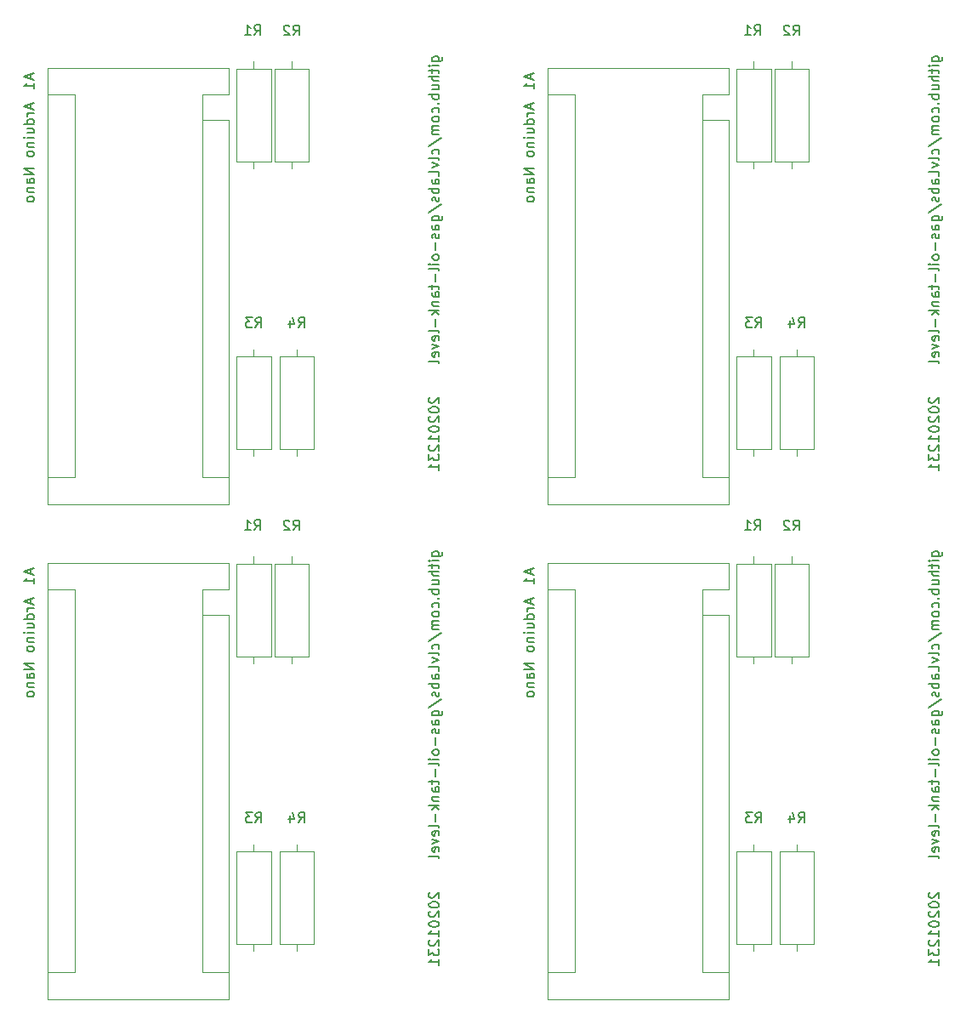
<source format=gbr>
G04 #@! TF.GenerationSoftware,KiCad,Pcbnew,5.1.7-a382d34a8~88~ubuntu18.04.1*
G04 #@! TF.CreationDate,2020-12-31T00:37:57+01:00*
G04 #@! TF.ProjectId,main-board,6d61696e-2d62-46f6-9172-642e6b696361,rev?*
G04 #@! TF.SameCoordinates,Original*
G04 #@! TF.FileFunction,Legend,Bot*
G04 #@! TF.FilePolarity,Positive*
%FSLAX46Y46*%
G04 Gerber Fmt 4.6, Leading zero omitted, Abs format (unit mm)*
G04 Created by KiCad (PCBNEW 5.1.7-a382d34a8~88~ubuntu18.04.1) date 2020-12-31 00:37:57*
%MOMM*%
%LPD*%
G01*
G04 APERTURE LIST*
%ADD10C,0.150000*%
%ADD11C,0.120000*%
G04 APERTURE END LIST*
D10*
X144846626Y-139148666D02*
X144799007Y-139196285D01*
X144751387Y-139291523D01*
X144751387Y-139529618D01*
X144799007Y-139624856D01*
X144846626Y-139672475D01*
X144941864Y-139720094D01*
X145037102Y-139720094D01*
X145179959Y-139672475D01*
X145751387Y-139101047D01*
X145751387Y-139720094D01*
X144751387Y-140339142D02*
X144751387Y-140434380D01*
X144799007Y-140529618D01*
X144846626Y-140577237D01*
X144941864Y-140624856D01*
X145132340Y-140672475D01*
X145370435Y-140672475D01*
X145560911Y-140624856D01*
X145656149Y-140577237D01*
X145703768Y-140529618D01*
X145751387Y-140434380D01*
X145751387Y-140339142D01*
X145703768Y-140243904D01*
X145656149Y-140196285D01*
X145560911Y-140148666D01*
X145370435Y-140101047D01*
X145132340Y-140101047D01*
X144941864Y-140148666D01*
X144846626Y-140196285D01*
X144799007Y-140243904D01*
X144751387Y-140339142D01*
X144846626Y-141053428D02*
X144799007Y-141101047D01*
X144751387Y-141196285D01*
X144751387Y-141434380D01*
X144799007Y-141529618D01*
X144846626Y-141577237D01*
X144941864Y-141624856D01*
X145037102Y-141624856D01*
X145179959Y-141577237D01*
X145751387Y-141005809D01*
X145751387Y-141624856D01*
X144751387Y-142243904D02*
X144751387Y-142339142D01*
X144799007Y-142434380D01*
X144846626Y-142481999D01*
X144941864Y-142529618D01*
X145132340Y-142577237D01*
X145370435Y-142577237D01*
X145560911Y-142529618D01*
X145656149Y-142481999D01*
X145703768Y-142434380D01*
X145751387Y-142339142D01*
X145751387Y-142243904D01*
X145703768Y-142148666D01*
X145656149Y-142101047D01*
X145560911Y-142053428D01*
X145370435Y-142005809D01*
X145132340Y-142005809D01*
X144941864Y-142053428D01*
X144846626Y-142101047D01*
X144799007Y-142148666D01*
X144751387Y-142243904D01*
X145751387Y-143529618D02*
X145751387Y-142958190D01*
X145751387Y-143243904D02*
X144751387Y-143243904D01*
X144894245Y-143148666D01*
X144989483Y-143053428D01*
X145037102Y-142958190D01*
X144846626Y-143910571D02*
X144799007Y-143958190D01*
X144751387Y-144053428D01*
X144751387Y-144291523D01*
X144799007Y-144386761D01*
X144846626Y-144434380D01*
X144941864Y-144481999D01*
X145037102Y-144481999D01*
X145179959Y-144434380D01*
X145751387Y-143862952D01*
X145751387Y-144481999D01*
X144751387Y-144815333D02*
X144751387Y-145434380D01*
X145132340Y-145101047D01*
X145132340Y-145243904D01*
X145179959Y-145339142D01*
X145227578Y-145386761D01*
X145322816Y-145434380D01*
X145560911Y-145434380D01*
X145656149Y-145386761D01*
X145703768Y-145339142D01*
X145751387Y-145243904D01*
X145751387Y-144958190D01*
X145703768Y-144862952D01*
X145656149Y-144815333D01*
X145751387Y-146386761D02*
X145751387Y-145815333D01*
X145751387Y-146101047D02*
X144751387Y-146101047D01*
X144894245Y-146005809D01*
X144989483Y-145910571D01*
X145037102Y-145815333D01*
X145084721Y-105653809D02*
X145894245Y-105653809D01*
X145989483Y-105606190D01*
X146037102Y-105558571D01*
X146084721Y-105463333D01*
X146084721Y-105320475D01*
X146037102Y-105225237D01*
X145703768Y-105653809D02*
X145751387Y-105558571D01*
X145751387Y-105368094D01*
X145703768Y-105272856D01*
X145656149Y-105225237D01*
X145560911Y-105177618D01*
X145275197Y-105177618D01*
X145179959Y-105225237D01*
X145132340Y-105272856D01*
X145084721Y-105368094D01*
X145084721Y-105558571D01*
X145132340Y-105653809D01*
X145751387Y-106129999D02*
X145084721Y-106129999D01*
X144751387Y-106129999D02*
X144799007Y-106082380D01*
X144846626Y-106129999D01*
X144799007Y-106177618D01*
X144751387Y-106129999D01*
X144846626Y-106129999D01*
X145084721Y-106463333D02*
X145084721Y-106844285D01*
X144751387Y-106606190D02*
X145608530Y-106606190D01*
X145703768Y-106653809D01*
X145751387Y-106749047D01*
X145751387Y-106844285D01*
X145751387Y-107177618D02*
X144751387Y-107177618D01*
X145751387Y-107606190D02*
X145227578Y-107606190D01*
X145132340Y-107558571D01*
X145084721Y-107463333D01*
X145084721Y-107320475D01*
X145132340Y-107225237D01*
X145179959Y-107177618D01*
X145084721Y-108510952D02*
X145751387Y-108510952D01*
X145084721Y-108082380D02*
X145608530Y-108082380D01*
X145703768Y-108129999D01*
X145751387Y-108225237D01*
X145751387Y-108368094D01*
X145703768Y-108463333D01*
X145656149Y-108510952D01*
X145751387Y-108987142D02*
X144751387Y-108987142D01*
X145132340Y-108987142D02*
X145084721Y-109082380D01*
X145084721Y-109272856D01*
X145132340Y-109368094D01*
X145179959Y-109415714D01*
X145275197Y-109463333D01*
X145560911Y-109463333D01*
X145656149Y-109415714D01*
X145703768Y-109368094D01*
X145751387Y-109272856D01*
X145751387Y-109082380D01*
X145703768Y-108987142D01*
X145656149Y-109891904D02*
X145703768Y-109939523D01*
X145751387Y-109891904D01*
X145703768Y-109844285D01*
X145656149Y-109891904D01*
X145751387Y-109891904D01*
X145703768Y-110796666D02*
X145751387Y-110701428D01*
X145751387Y-110510952D01*
X145703768Y-110415714D01*
X145656149Y-110368094D01*
X145560911Y-110320475D01*
X145275197Y-110320475D01*
X145179959Y-110368094D01*
X145132340Y-110415714D01*
X145084721Y-110510952D01*
X145084721Y-110701428D01*
X145132340Y-110796666D01*
X145751387Y-111368094D02*
X145703768Y-111272856D01*
X145656149Y-111225237D01*
X145560911Y-111177618D01*
X145275197Y-111177618D01*
X145179959Y-111225237D01*
X145132340Y-111272856D01*
X145084721Y-111368094D01*
X145084721Y-111510952D01*
X145132340Y-111606190D01*
X145179959Y-111653809D01*
X145275197Y-111701428D01*
X145560911Y-111701428D01*
X145656149Y-111653809D01*
X145703768Y-111606190D01*
X145751387Y-111510952D01*
X145751387Y-111368094D01*
X145751387Y-112129999D02*
X145084721Y-112129999D01*
X145179959Y-112129999D02*
X145132340Y-112177618D01*
X145084721Y-112272856D01*
X145084721Y-112415714D01*
X145132340Y-112510952D01*
X145227578Y-112558571D01*
X145751387Y-112558571D01*
X145227578Y-112558571D02*
X145132340Y-112606190D01*
X145084721Y-112701428D01*
X145084721Y-112844285D01*
X145132340Y-112939523D01*
X145227578Y-112987142D01*
X145751387Y-112987142D01*
X144703768Y-114177618D02*
X145989483Y-113320475D01*
X145703768Y-114939523D02*
X145751387Y-114844285D01*
X145751387Y-114653809D01*
X145703768Y-114558571D01*
X145656149Y-114510952D01*
X145560911Y-114463333D01*
X145275197Y-114463333D01*
X145179959Y-114510952D01*
X145132340Y-114558571D01*
X145084721Y-114653809D01*
X145084721Y-114844285D01*
X145132340Y-114939523D01*
X145751387Y-115510952D02*
X145703768Y-115415714D01*
X145608530Y-115368094D01*
X144751387Y-115368094D01*
X145084721Y-115796666D02*
X145751387Y-116034761D01*
X145084721Y-116272856D01*
X145751387Y-117129999D02*
X145751387Y-116653809D01*
X144751387Y-116653809D01*
X145751387Y-117891904D02*
X145227578Y-117891904D01*
X145132340Y-117844285D01*
X145084721Y-117749047D01*
X145084721Y-117558571D01*
X145132340Y-117463333D01*
X145703768Y-117891904D02*
X145751387Y-117796666D01*
X145751387Y-117558571D01*
X145703768Y-117463333D01*
X145608530Y-117415714D01*
X145513292Y-117415714D01*
X145418054Y-117463333D01*
X145370435Y-117558571D01*
X145370435Y-117796666D01*
X145322816Y-117891904D01*
X145751387Y-118368094D02*
X144751387Y-118368094D01*
X145132340Y-118368094D02*
X145084721Y-118463333D01*
X145084721Y-118653809D01*
X145132340Y-118749047D01*
X145179959Y-118796666D01*
X145275197Y-118844285D01*
X145560911Y-118844285D01*
X145656149Y-118796666D01*
X145703768Y-118749047D01*
X145751387Y-118653809D01*
X145751387Y-118463333D01*
X145703768Y-118368094D01*
X145703768Y-119225237D02*
X145751387Y-119320475D01*
X145751387Y-119510952D01*
X145703768Y-119606190D01*
X145608530Y-119653809D01*
X145560911Y-119653809D01*
X145465673Y-119606190D01*
X145418054Y-119510952D01*
X145418054Y-119368094D01*
X145370435Y-119272856D01*
X145275197Y-119225237D01*
X145227578Y-119225237D01*
X145132340Y-119272856D01*
X145084721Y-119368094D01*
X145084721Y-119510952D01*
X145132340Y-119606190D01*
X144703768Y-120796666D02*
X145989483Y-119939523D01*
X145084721Y-121558571D02*
X145894245Y-121558571D01*
X145989483Y-121510952D01*
X146037102Y-121463333D01*
X146084721Y-121368094D01*
X146084721Y-121225237D01*
X146037102Y-121129999D01*
X145703768Y-121558571D02*
X145751387Y-121463333D01*
X145751387Y-121272856D01*
X145703768Y-121177618D01*
X145656149Y-121129999D01*
X145560911Y-121082380D01*
X145275197Y-121082380D01*
X145179959Y-121129999D01*
X145132340Y-121177618D01*
X145084721Y-121272856D01*
X145084721Y-121463333D01*
X145132340Y-121558571D01*
X145751387Y-122463333D02*
X145227578Y-122463333D01*
X145132340Y-122415714D01*
X145084721Y-122320475D01*
X145084721Y-122129999D01*
X145132340Y-122034761D01*
X145703768Y-122463333D02*
X145751387Y-122368094D01*
X145751387Y-122129999D01*
X145703768Y-122034761D01*
X145608530Y-121987142D01*
X145513292Y-121987142D01*
X145418054Y-122034761D01*
X145370435Y-122129999D01*
X145370435Y-122368094D01*
X145322816Y-122463333D01*
X145703768Y-122891904D02*
X145751387Y-122987142D01*
X145751387Y-123177618D01*
X145703768Y-123272856D01*
X145608530Y-123320475D01*
X145560911Y-123320475D01*
X145465673Y-123272856D01*
X145418054Y-123177618D01*
X145418054Y-123034761D01*
X145370435Y-122939523D01*
X145275197Y-122891904D01*
X145227578Y-122891904D01*
X145132340Y-122939523D01*
X145084721Y-123034761D01*
X145084721Y-123177618D01*
X145132340Y-123272856D01*
X145370435Y-123749047D02*
X145370435Y-124510952D01*
X145751387Y-125129999D02*
X145703768Y-125034761D01*
X145656149Y-124987142D01*
X145560911Y-124939523D01*
X145275197Y-124939523D01*
X145179959Y-124987142D01*
X145132340Y-125034761D01*
X145084721Y-125129999D01*
X145084721Y-125272856D01*
X145132340Y-125368094D01*
X145179959Y-125415714D01*
X145275197Y-125463333D01*
X145560911Y-125463333D01*
X145656149Y-125415714D01*
X145703768Y-125368094D01*
X145751387Y-125272856D01*
X145751387Y-125129999D01*
X145751387Y-125891904D02*
X145084721Y-125891904D01*
X144751387Y-125891904D02*
X144799007Y-125844285D01*
X144846626Y-125891904D01*
X144799007Y-125939523D01*
X144751387Y-125891904D01*
X144846626Y-125891904D01*
X145751387Y-126510952D02*
X145703768Y-126415714D01*
X145608530Y-126368094D01*
X144751387Y-126368094D01*
X145370435Y-126891904D02*
X145370435Y-127653809D01*
X145084721Y-127987142D02*
X145084721Y-128368094D01*
X144751387Y-128129999D02*
X145608530Y-128129999D01*
X145703768Y-128177618D01*
X145751387Y-128272856D01*
X145751387Y-128368094D01*
X145751387Y-129129999D02*
X145227578Y-129129999D01*
X145132340Y-129082380D01*
X145084721Y-128987142D01*
X145084721Y-128796666D01*
X145132340Y-128701428D01*
X145703768Y-129129999D02*
X145751387Y-129034761D01*
X145751387Y-128796666D01*
X145703768Y-128701428D01*
X145608530Y-128653809D01*
X145513292Y-128653809D01*
X145418054Y-128701428D01*
X145370435Y-128796666D01*
X145370435Y-129034761D01*
X145322816Y-129129999D01*
X145084721Y-129606190D02*
X145751387Y-129606190D01*
X145179959Y-129606190D02*
X145132340Y-129653809D01*
X145084721Y-129749047D01*
X145084721Y-129891904D01*
X145132340Y-129987142D01*
X145227578Y-130034761D01*
X145751387Y-130034761D01*
X145751387Y-130510952D02*
X144751387Y-130510952D01*
X145370435Y-130606190D02*
X145751387Y-130891904D01*
X145084721Y-130891904D02*
X145465673Y-130510952D01*
X145370435Y-131320475D02*
X145370435Y-132082380D01*
X145751387Y-132701428D02*
X145703768Y-132606190D01*
X145608530Y-132558571D01*
X144751387Y-132558571D01*
X145703768Y-133463333D02*
X145751387Y-133368094D01*
X145751387Y-133177618D01*
X145703768Y-133082380D01*
X145608530Y-133034761D01*
X145227578Y-133034761D01*
X145132340Y-133082380D01*
X145084721Y-133177618D01*
X145084721Y-133368094D01*
X145132340Y-133463333D01*
X145227578Y-133510952D01*
X145322816Y-133510952D01*
X145418054Y-133034761D01*
X145084721Y-133844285D02*
X145751387Y-134082380D01*
X145084721Y-134320475D01*
X145703768Y-135082380D02*
X145751387Y-134987142D01*
X145751387Y-134796666D01*
X145703768Y-134701428D01*
X145608530Y-134653809D01*
X145227578Y-134653809D01*
X145132340Y-134701428D01*
X145084721Y-134796666D01*
X145084721Y-134987142D01*
X145132340Y-135082380D01*
X145227578Y-135129999D01*
X145322816Y-135129999D01*
X145418054Y-134653809D01*
X145751387Y-135701428D02*
X145703768Y-135606190D01*
X145608530Y-135558571D01*
X144751387Y-135558571D01*
X105121255Y-109963210D02*
X105121255Y-110439400D01*
X105406969Y-109867972D02*
X104406969Y-110201305D01*
X105406969Y-110534638D01*
X105406969Y-110867972D02*
X104740303Y-110867972D01*
X104930779Y-110867972D02*
X104835541Y-110915591D01*
X104787922Y-110963210D01*
X104740303Y-111058448D01*
X104740303Y-111153686D01*
X105406969Y-111915591D02*
X104406969Y-111915591D01*
X105359350Y-111915591D02*
X105406969Y-111820353D01*
X105406969Y-111629876D01*
X105359350Y-111534638D01*
X105311731Y-111487019D01*
X105216493Y-111439400D01*
X104930779Y-111439400D01*
X104835541Y-111487019D01*
X104787922Y-111534638D01*
X104740303Y-111629876D01*
X104740303Y-111820353D01*
X104787922Y-111915591D01*
X104740303Y-112820353D02*
X105406969Y-112820353D01*
X104740303Y-112391781D02*
X105264112Y-112391781D01*
X105359350Y-112439400D01*
X105406969Y-112534638D01*
X105406969Y-112677495D01*
X105359350Y-112772733D01*
X105311731Y-112820353D01*
X105406969Y-113296543D02*
X104740303Y-113296543D01*
X104406969Y-113296543D02*
X104454589Y-113248924D01*
X104502208Y-113296543D01*
X104454589Y-113344162D01*
X104406969Y-113296543D01*
X104502208Y-113296543D01*
X104740303Y-113772733D02*
X105406969Y-113772733D01*
X104835541Y-113772733D02*
X104787922Y-113820353D01*
X104740303Y-113915591D01*
X104740303Y-114058448D01*
X104787922Y-114153686D01*
X104883160Y-114201305D01*
X105406969Y-114201305D01*
X105406969Y-114820353D02*
X105359350Y-114725114D01*
X105311731Y-114677495D01*
X105216493Y-114629876D01*
X104930779Y-114629876D01*
X104835541Y-114677495D01*
X104787922Y-114725114D01*
X104740303Y-114820353D01*
X104740303Y-114963210D01*
X104787922Y-115058448D01*
X104835541Y-115106067D01*
X104930779Y-115153686D01*
X105216493Y-115153686D01*
X105311731Y-115106067D01*
X105359350Y-115058448D01*
X105406969Y-114963210D01*
X105406969Y-114820353D01*
X105406969Y-116344162D02*
X104406969Y-116344162D01*
X105406969Y-116915591D01*
X104406969Y-116915591D01*
X105406969Y-117820353D02*
X104883160Y-117820353D01*
X104787922Y-117772733D01*
X104740303Y-117677495D01*
X104740303Y-117487019D01*
X104787922Y-117391781D01*
X105359350Y-117820353D02*
X105406969Y-117725114D01*
X105406969Y-117487019D01*
X105359350Y-117391781D01*
X105264112Y-117344162D01*
X105168874Y-117344162D01*
X105073636Y-117391781D01*
X105026017Y-117487019D01*
X105026017Y-117725114D01*
X104978398Y-117820353D01*
X104740303Y-118296543D02*
X105406969Y-118296543D01*
X104835541Y-118296543D02*
X104787922Y-118344162D01*
X104740303Y-118439400D01*
X104740303Y-118582257D01*
X104787922Y-118677495D01*
X104883160Y-118725114D01*
X105406969Y-118725114D01*
X105406969Y-119344162D02*
X105359350Y-119248924D01*
X105311731Y-119201305D01*
X105216493Y-119153686D01*
X104930779Y-119153686D01*
X104835541Y-119201305D01*
X104787922Y-119248924D01*
X104740303Y-119344162D01*
X104740303Y-119487019D01*
X104787922Y-119582257D01*
X104835541Y-119629876D01*
X104930779Y-119677495D01*
X105216493Y-119677495D01*
X105311731Y-119629876D01*
X105359350Y-119582257D01*
X105406969Y-119487019D01*
X105406969Y-119344162D01*
X55337255Y-109963210D02*
X55337255Y-110439400D01*
X55622969Y-109867972D02*
X54622969Y-110201305D01*
X55622969Y-110534638D01*
X55622969Y-110867972D02*
X54956303Y-110867972D01*
X55146779Y-110867972D02*
X55051541Y-110915591D01*
X55003922Y-110963210D01*
X54956303Y-111058448D01*
X54956303Y-111153686D01*
X55622969Y-111915591D02*
X54622969Y-111915591D01*
X55575350Y-111915591D02*
X55622969Y-111820353D01*
X55622969Y-111629876D01*
X55575350Y-111534638D01*
X55527731Y-111487019D01*
X55432493Y-111439400D01*
X55146779Y-111439400D01*
X55051541Y-111487019D01*
X55003922Y-111534638D01*
X54956303Y-111629876D01*
X54956303Y-111820353D01*
X55003922Y-111915591D01*
X54956303Y-112820353D02*
X55622969Y-112820353D01*
X54956303Y-112391781D02*
X55480112Y-112391781D01*
X55575350Y-112439400D01*
X55622969Y-112534638D01*
X55622969Y-112677495D01*
X55575350Y-112772733D01*
X55527731Y-112820353D01*
X55622969Y-113296543D02*
X54956303Y-113296543D01*
X54622969Y-113296543D02*
X54670589Y-113248924D01*
X54718208Y-113296543D01*
X54670589Y-113344162D01*
X54622969Y-113296543D01*
X54718208Y-113296543D01*
X54956303Y-113772733D02*
X55622969Y-113772733D01*
X55051541Y-113772733D02*
X55003922Y-113820353D01*
X54956303Y-113915591D01*
X54956303Y-114058448D01*
X55003922Y-114153686D01*
X55099160Y-114201305D01*
X55622969Y-114201305D01*
X55622969Y-114820353D02*
X55575350Y-114725114D01*
X55527731Y-114677495D01*
X55432493Y-114629876D01*
X55146779Y-114629876D01*
X55051541Y-114677495D01*
X55003922Y-114725114D01*
X54956303Y-114820353D01*
X54956303Y-114963210D01*
X55003922Y-115058448D01*
X55051541Y-115106067D01*
X55146779Y-115153686D01*
X55432493Y-115153686D01*
X55527731Y-115106067D01*
X55575350Y-115058448D01*
X55622969Y-114963210D01*
X55622969Y-114820353D01*
X55622969Y-116344162D02*
X54622969Y-116344162D01*
X55622969Y-116915591D01*
X54622969Y-116915591D01*
X55622969Y-117820353D02*
X55099160Y-117820353D01*
X55003922Y-117772733D01*
X54956303Y-117677495D01*
X54956303Y-117487019D01*
X55003922Y-117391781D01*
X55575350Y-117820353D02*
X55622969Y-117725114D01*
X55622969Y-117487019D01*
X55575350Y-117391781D01*
X55480112Y-117344162D01*
X55384874Y-117344162D01*
X55289636Y-117391781D01*
X55242017Y-117487019D01*
X55242017Y-117725114D01*
X55194398Y-117820353D01*
X54956303Y-118296543D02*
X55622969Y-118296543D01*
X55051541Y-118296543D02*
X55003922Y-118344162D01*
X54956303Y-118439400D01*
X54956303Y-118582257D01*
X55003922Y-118677495D01*
X55099160Y-118725114D01*
X55622969Y-118725114D01*
X55622969Y-119344162D02*
X55575350Y-119248924D01*
X55527731Y-119201305D01*
X55432493Y-119153686D01*
X55146779Y-119153686D01*
X55051541Y-119201305D01*
X55003922Y-119248924D01*
X54956303Y-119344162D01*
X54956303Y-119487019D01*
X55003922Y-119582257D01*
X55051541Y-119629876D01*
X55146779Y-119677495D01*
X55432493Y-119677495D01*
X55527731Y-119629876D01*
X55575350Y-119582257D01*
X55622969Y-119487019D01*
X55622969Y-119344162D01*
X95062626Y-139148666D02*
X95015007Y-139196285D01*
X94967387Y-139291523D01*
X94967387Y-139529618D01*
X95015007Y-139624856D01*
X95062626Y-139672475D01*
X95157864Y-139720094D01*
X95253102Y-139720094D01*
X95395959Y-139672475D01*
X95967387Y-139101047D01*
X95967387Y-139720094D01*
X94967387Y-140339142D02*
X94967387Y-140434380D01*
X95015007Y-140529618D01*
X95062626Y-140577237D01*
X95157864Y-140624856D01*
X95348340Y-140672475D01*
X95586435Y-140672475D01*
X95776911Y-140624856D01*
X95872149Y-140577237D01*
X95919768Y-140529618D01*
X95967387Y-140434380D01*
X95967387Y-140339142D01*
X95919768Y-140243904D01*
X95872149Y-140196285D01*
X95776911Y-140148666D01*
X95586435Y-140101047D01*
X95348340Y-140101047D01*
X95157864Y-140148666D01*
X95062626Y-140196285D01*
X95015007Y-140243904D01*
X94967387Y-140339142D01*
X95062626Y-141053428D02*
X95015007Y-141101047D01*
X94967387Y-141196285D01*
X94967387Y-141434380D01*
X95015007Y-141529618D01*
X95062626Y-141577237D01*
X95157864Y-141624856D01*
X95253102Y-141624856D01*
X95395959Y-141577237D01*
X95967387Y-141005809D01*
X95967387Y-141624856D01*
X94967387Y-142243904D02*
X94967387Y-142339142D01*
X95015007Y-142434380D01*
X95062626Y-142481999D01*
X95157864Y-142529618D01*
X95348340Y-142577237D01*
X95586435Y-142577237D01*
X95776911Y-142529618D01*
X95872149Y-142481999D01*
X95919768Y-142434380D01*
X95967387Y-142339142D01*
X95967387Y-142243904D01*
X95919768Y-142148666D01*
X95872149Y-142101047D01*
X95776911Y-142053428D01*
X95586435Y-142005809D01*
X95348340Y-142005809D01*
X95157864Y-142053428D01*
X95062626Y-142101047D01*
X95015007Y-142148666D01*
X94967387Y-142243904D01*
X95967387Y-143529618D02*
X95967387Y-142958190D01*
X95967387Y-143243904D02*
X94967387Y-143243904D01*
X95110245Y-143148666D01*
X95205483Y-143053428D01*
X95253102Y-142958190D01*
X95062626Y-143910571D02*
X95015007Y-143958190D01*
X94967387Y-144053428D01*
X94967387Y-144291523D01*
X95015007Y-144386761D01*
X95062626Y-144434380D01*
X95157864Y-144481999D01*
X95253102Y-144481999D01*
X95395959Y-144434380D01*
X95967387Y-143862952D01*
X95967387Y-144481999D01*
X94967387Y-144815333D02*
X94967387Y-145434380D01*
X95348340Y-145101047D01*
X95348340Y-145243904D01*
X95395959Y-145339142D01*
X95443578Y-145386761D01*
X95538816Y-145434380D01*
X95776911Y-145434380D01*
X95872149Y-145386761D01*
X95919768Y-145339142D01*
X95967387Y-145243904D01*
X95967387Y-144958190D01*
X95919768Y-144862952D01*
X95872149Y-144815333D01*
X95967387Y-146386761D02*
X95967387Y-145815333D01*
X95967387Y-146101047D02*
X94967387Y-146101047D01*
X95110245Y-146005809D01*
X95205483Y-145910571D01*
X95253102Y-145815333D01*
X95300721Y-105653809D02*
X96110245Y-105653809D01*
X96205483Y-105606190D01*
X96253102Y-105558571D01*
X96300721Y-105463333D01*
X96300721Y-105320475D01*
X96253102Y-105225237D01*
X95919768Y-105653809D02*
X95967387Y-105558571D01*
X95967387Y-105368094D01*
X95919768Y-105272856D01*
X95872149Y-105225237D01*
X95776911Y-105177618D01*
X95491197Y-105177618D01*
X95395959Y-105225237D01*
X95348340Y-105272856D01*
X95300721Y-105368094D01*
X95300721Y-105558571D01*
X95348340Y-105653809D01*
X95967387Y-106129999D02*
X95300721Y-106129999D01*
X94967387Y-106129999D02*
X95015007Y-106082380D01*
X95062626Y-106129999D01*
X95015007Y-106177618D01*
X94967387Y-106129999D01*
X95062626Y-106129999D01*
X95300721Y-106463333D02*
X95300721Y-106844285D01*
X94967387Y-106606190D02*
X95824530Y-106606190D01*
X95919768Y-106653809D01*
X95967387Y-106749047D01*
X95967387Y-106844285D01*
X95967387Y-107177618D02*
X94967387Y-107177618D01*
X95967387Y-107606190D02*
X95443578Y-107606190D01*
X95348340Y-107558571D01*
X95300721Y-107463333D01*
X95300721Y-107320475D01*
X95348340Y-107225237D01*
X95395959Y-107177618D01*
X95300721Y-108510952D02*
X95967387Y-108510952D01*
X95300721Y-108082380D02*
X95824530Y-108082380D01*
X95919768Y-108129999D01*
X95967387Y-108225237D01*
X95967387Y-108368094D01*
X95919768Y-108463333D01*
X95872149Y-108510952D01*
X95967387Y-108987142D02*
X94967387Y-108987142D01*
X95348340Y-108987142D02*
X95300721Y-109082380D01*
X95300721Y-109272856D01*
X95348340Y-109368094D01*
X95395959Y-109415714D01*
X95491197Y-109463333D01*
X95776911Y-109463333D01*
X95872149Y-109415714D01*
X95919768Y-109368094D01*
X95967387Y-109272856D01*
X95967387Y-109082380D01*
X95919768Y-108987142D01*
X95872149Y-109891904D02*
X95919768Y-109939523D01*
X95967387Y-109891904D01*
X95919768Y-109844285D01*
X95872149Y-109891904D01*
X95967387Y-109891904D01*
X95919768Y-110796666D02*
X95967387Y-110701428D01*
X95967387Y-110510952D01*
X95919768Y-110415714D01*
X95872149Y-110368094D01*
X95776911Y-110320475D01*
X95491197Y-110320475D01*
X95395959Y-110368094D01*
X95348340Y-110415714D01*
X95300721Y-110510952D01*
X95300721Y-110701428D01*
X95348340Y-110796666D01*
X95967387Y-111368094D02*
X95919768Y-111272856D01*
X95872149Y-111225237D01*
X95776911Y-111177618D01*
X95491197Y-111177618D01*
X95395959Y-111225237D01*
X95348340Y-111272856D01*
X95300721Y-111368094D01*
X95300721Y-111510952D01*
X95348340Y-111606190D01*
X95395959Y-111653809D01*
X95491197Y-111701428D01*
X95776911Y-111701428D01*
X95872149Y-111653809D01*
X95919768Y-111606190D01*
X95967387Y-111510952D01*
X95967387Y-111368094D01*
X95967387Y-112129999D02*
X95300721Y-112129999D01*
X95395959Y-112129999D02*
X95348340Y-112177618D01*
X95300721Y-112272856D01*
X95300721Y-112415714D01*
X95348340Y-112510952D01*
X95443578Y-112558571D01*
X95967387Y-112558571D01*
X95443578Y-112558571D02*
X95348340Y-112606190D01*
X95300721Y-112701428D01*
X95300721Y-112844285D01*
X95348340Y-112939523D01*
X95443578Y-112987142D01*
X95967387Y-112987142D01*
X94919768Y-114177618D02*
X96205483Y-113320475D01*
X95919768Y-114939523D02*
X95967387Y-114844285D01*
X95967387Y-114653809D01*
X95919768Y-114558571D01*
X95872149Y-114510952D01*
X95776911Y-114463333D01*
X95491197Y-114463333D01*
X95395959Y-114510952D01*
X95348340Y-114558571D01*
X95300721Y-114653809D01*
X95300721Y-114844285D01*
X95348340Y-114939523D01*
X95967387Y-115510952D02*
X95919768Y-115415714D01*
X95824530Y-115368094D01*
X94967387Y-115368094D01*
X95300721Y-115796666D02*
X95967387Y-116034761D01*
X95300721Y-116272856D01*
X95967387Y-117129999D02*
X95967387Y-116653809D01*
X94967387Y-116653809D01*
X95967387Y-117891904D02*
X95443578Y-117891904D01*
X95348340Y-117844285D01*
X95300721Y-117749047D01*
X95300721Y-117558571D01*
X95348340Y-117463333D01*
X95919768Y-117891904D02*
X95967387Y-117796666D01*
X95967387Y-117558571D01*
X95919768Y-117463333D01*
X95824530Y-117415714D01*
X95729292Y-117415714D01*
X95634054Y-117463333D01*
X95586435Y-117558571D01*
X95586435Y-117796666D01*
X95538816Y-117891904D01*
X95967387Y-118368094D02*
X94967387Y-118368094D01*
X95348340Y-118368094D02*
X95300721Y-118463333D01*
X95300721Y-118653809D01*
X95348340Y-118749047D01*
X95395959Y-118796666D01*
X95491197Y-118844285D01*
X95776911Y-118844285D01*
X95872149Y-118796666D01*
X95919768Y-118749047D01*
X95967387Y-118653809D01*
X95967387Y-118463333D01*
X95919768Y-118368094D01*
X95919768Y-119225237D02*
X95967387Y-119320475D01*
X95967387Y-119510952D01*
X95919768Y-119606190D01*
X95824530Y-119653809D01*
X95776911Y-119653809D01*
X95681673Y-119606190D01*
X95634054Y-119510952D01*
X95634054Y-119368094D01*
X95586435Y-119272856D01*
X95491197Y-119225237D01*
X95443578Y-119225237D01*
X95348340Y-119272856D01*
X95300721Y-119368094D01*
X95300721Y-119510952D01*
X95348340Y-119606190D01*
X94919768Y-120796666D02*
X96205483Y-119939523D01*
X95300721Y-121558571D02*
X96110245Y-121558571D01*
X96205483Y-121510952D01*
X96253102Y-121463333D01*
X96300721Y-121368094D01*
X96300721Y-121225237D01*
X96253102Y-121129999D01*
X95919768Y-121558571D02*
X95967387Y-121463333D01*
X95967387Y-121272856D01*
X95919768Y-121177618D01*
X95872149Y-121129999D01*
X95776911Y-121082380D01*
X95491197Y-121082380D01*
X95395959Y-121129999D01*
X95348340Y-121177618D01*
X95300721Y-121272856D01*
X95300721Y-121463333D01*
X95348340Y-121558571D01*
X95967387Y-122463333D02*
X95443578Y-122463333D01*
X95348340Y-122415714D01*
X95300721Y-122320475D01*
X95300721Y-122129999D01*
X95348340Y-122034761D01*
X95919768Y-122463333D02*
X95967387Y-122368094D01*
X95967387Y-122129999D01*
X95919768Y-122034761D01*
X95824530Y-121987142D01*
X95729292Y-121987142D01*
X95634054Y-122034761D01*
X95586435Y-122129999D01*
X95586435Y-122368094D01*
X95538816Y-122463333D01*
X95919768Y-122891904D02*
X95967387Y-122987142D01*
X95967387Y-123177618D01*
X95919768Y-123272856D01*
X95824530Y-123320475D01*
X95776911Y-123320475D01*
X95681673Y-123272856D01*
X95634054Y-123177618D01*
X95634054Y-123034761D01*
X95586435Y-122939523D01*
X95491197Y-122891904D01*
X95443578Y-122891904D01*
X95348340Y-122939523D01*
X95300721Y-123034761D01*
X95300721Y-123177618D01*
X95348340Y-123272856D01*
X95586435Y-123749047D02*
X95586435Y-124510952D01*
X95967387Y-125129999D02*
X95919768Y-125034761D01*
X95872149Y-124987142D01*
X95776911Y-124939523D01*
X95491197Y-124939523D01*
X95395959Y-124987142D01*
X95348340Y-125034761D01*
X95300721Y-125129999D01*
X95300721Y-125272856D01*
X95348340Y-125368094D01*
X95395959Y-125415714D01*
X95491197Y-125463333D01*
X95776911Y-125463333D01*
X95872149Y-125415714D01*
X95919768Y-125368094D01*
X95967387Y-125272856D01*
X95967387Y-125129999D01*
X95967387Y-125891904D02*
X95300721Y-125891904D01*
X94967387Y-125891904D02*
X95015007Y-125844285D01*
X95062626Y-125891904D01*
X95015007Y-125939523D01*
X94967387Y-125891904D01*
X95062626Y-125891904D01*
X95967387Y-126510952D02*
X95919768Y-126415714D01*
X95824530Y-126368094D01*
X94967387Y-126368094D01*
X95586435Y-126891904D02*
X95586435Y-127653809D01*
X95300721Y-127987142D02*
X95300721Y-128368094D01*
X94967387Y-128129999D02*
X95824530Y-128129999D01*
X95919768Y-128177618D01*
X95967387Y-128272856D01*
X95967387Y-128368094D01*
X95967387Y-129129999D02*
X95443578Y-129129999D01*
X95348340Y-129082380D01*
X95300721Y-128987142D01*
X95300721Y-128796666D01*
X95348340Y-128701428D01*
X95919768Y-129129999D02*
X95967387Y-129034761D01*
X95967387Y-128796666D01*
X95919768Y-128701428D01*
X95824530Y-128653809D01*
X95729292Y-128653809D01*
X95634054Y-128701428D01*
X95586435Y-128796666D01*
X95586435Y-129034761D01*
X95538816Y-129129999D01*
X95300721Y-129606190D02*
X95967387Y-129606190D01*
X95395959Y-129606190D02*
X95348340Y-129653809D01*
X95300721Y-129749047D01*
X95300721Y-129891904D01*
X95348340Y-129987142D01*
X95443578Y-130034761D01*
X95967387Y-130034761D01*
X95967387Y-130510952D02*
X94967387Y-130510952D01*
X95586435Y-130606190D02*
X95967387Y-130891904D01*
X95300721Y-130891904D02*
X95681673Y-130510952D01*
X95586435Y-131320475D02*
X95586435Y-132082380D01*
X95967387Y-132701428D02*
X95919768Y-132606190D01*
X95824530Y-132558571D01*
X94967387Y-132558571D01*
X95919768Y-133463333D02*
X95967387Y-133368094D01*
X95967387Y-133177618D01*
X95919768Y-133082380D01*
X95824530Y-133034761D01*
X95443578Y-133034761D01*
X95348340Y-133082380D01*
X95300721Y-133177618D01*
X95300721Y-133368094D01*
X95348340Y-133463333D01*
X95443578Y-133510952D01*
X95538816Y-133510952D01*
X95634054Y-133034761D01*
X95300721Y-133844285D02*
X95967387Y-134082380D01*
X95300721Y-134320475D01*
X95919768Y-135082380D02*
X95967387Y-134987142D01*
X95967387Y-134796666D01*
X95919768Y-134701428D01*
X95824530Y-134653809D01*
X95443578Y-134653809D01*
X95348340Y-134701428D01*
X95300721Y-134796666D01*
X95300721Y-134987142D01*
X95348340Y-135082380D01*
X95443578Y-135129999D01*
X95538816Y-135129999D01*
X95634054Y-134653809D01*
X95967387Y-135701428D02*
X95919768Y-135606190D01*
X95824530Y-135558571D01*
X94967387Y-135558571D01*
X105121255Y-60687210D02*
X105121255Y-61163400D01*
X105406969Y-60591972D02*
X104406969Y-60925305D01*
X105406969Y-61258638D01*
X105406969Y-61591972D02*
X104740303Y-61591972D01*
X104930779Y-61591972D02*
X104835541Y-61639591D01*
X104787922Y-61687210D01*
X104740303Y-61782448D01*
X104740303Y-61877686D01*
X105406969Y-62639591D02*
X104406969Y-62639591D01*
X105359350Y-62639591D02*
X105406969Y-62544353D01*
X105406969Y-62353876D01*
X105359350Y-62258638D01*
X105311731Y-62211019D01*
X105216493Y-62163400D01*
X104930779Y-62163400D01*
X104835541Y-62211019D01*
X104787922Y-62258638D01*
X104740303Y-62353876D01*
X104740303Y-62544353D01*
X104787922Y-62639591D01*
X104740303Y-63544353D02*
X105406969Y-63544353D01*
X104740303Y-63115781D02*
X105264112Y-63115781D01*
X105359350Y-63163400D01*
X105406969Y-63258638D01*
X105406969Y-63401495D01*
X105359350Y-63496733D01*
X105311731Y-63544353D01*
X105406969Y-64020543D02*
X104740303Y-64020543D01*
X104406969Y-64020543D02*
X104454589Y-63972924D01*
X104502208Y-64020543D01*
X104454589Y-64068162D01*
X104406969Y-64020543D01*
X104502208Y-64020543D01*
X104740303Y-64496733D02*
X105406969Y-64496733D01*
X104835541Y-64496733D02*
X104787922Y-64544353D01*
X104740303Y-64639591D01*
X104740303Y-64782448D01*
X104787922Y-64877686D01*
X104883160Y-64925305D01*
X105406969Y-64925305D01*
X105406969Y-65544353D02*
X105359350Y-65449114D01*
X105311731Y-65401495D01*
X105216493Y-65353876D01*
X104930779Y-65353876D01*
X104835541Y-65401495D01*
X104787922Y-65449114D01*
X104740303Y-65544353D01*
X104740303Y-65687210D01*
X104787922Y-65782448D01*
X104835541Y-65830067D01*
X104930779Y-65877686D01*
X105216493Y-65877686D01*
X105311731Y-65830067D01*
X105359350Y-65782448D01*
X105406969Y-65687210D01*
X105406969Y-65544353D01*
X105406969Y-67068162D02*
X104406969Y-67068162D01*
X105406969Y-67639591D01*
X104406969Y-67639591D01*
X105406969Y-68544353D02*
X104883160Y-68544353D01*
X104787922Y-68496733D01*
X104740303Y-68401495D01*
X104740303Y-68211019D01*
X104787922Y-68115781D01*
X105359350Y-68544353D02*
X105406969Y-68449114D01*
X105406969Y-68211019D01*
X105359350Y-68115781D01*
X105264112Y-68068162D01*
X105168874Y-68068162D01*
X105073636Y-68115781D01*
X105026017Y-68211019D01*
X105026017Y-68449114D01*
X104978398Y-68544353D01*
X104740303Y-69020543D02*
X105406969Y-69020543D01*
X104835541Y-69020543D02*
X104787922Y-69068162D01*
X104740303Y-69163400D01*
X104740303Y-69306257D01*
X104787922Y-69401495D01*
X104883160Y-69449114D01*
X105406969Y-69449114D01*
X105406969Y-70068162D02*
X105359350Y-69972924D01*
X105311731Y-69925305D01*
X105216493Y-69877686D01*
X104930779Y-69877686D01*
X104835541Y-69925305D01*
X104787922Y-69972924D01*
X104740303Y-70068162D01*
X104740303Y-70211019D01*
X104787922Y-70306257D01*
X104835541Y-70353876D01*
X104930779Y-70401495D01*
X105216493Y-70401495D01*
X105311731Y-70353876D01*
X105359350Y-70306257D01*
X105406969Y-70211019D01*
X105406969Y-70068162D01*
X144846626Y-89872666D02*
X144799007Y-89920285D01*
X144751387Y-90015523D01*
X144751387Y-90253618D01*
X144799007Y-90348856D01*
X144846626Y-90396475D01*
X144941864Y-90444094D01*
X145037102Y-90444094D01*
X145179959Y-90396475D01*
X145751387Y-89825047D01*
X145751387Y-90444094D01*
X144751387Y-91063142D02*
X144751387Y-91158380D01*
X144799007Y-91253618D01*
X144846626Y-91301237D01*
X144941864Y-91348856D01*
X145132340Y-91396475D01*
X145370435Y-91396475D01*
X145560911Y-91348856D01*
X145656149Y-91301237D01*
X145703768Y-91253618D01*
X145751387Y-91158380D01*
X145751387Y-91063142D01*
X145703768Y-90967904D01*
X145656149Y-90920285D01*
X145560911Y-90872666D01*
X145370435Y-90825047D01*
X145132340Y-90825047D01*
X144941864Y-90872666D01*
X144846626Y-90920285D01*
X144799007Y-90967904D01*
X144751387Y-91063142D01*
X144846626Y-91777428D02*
X144799007Y-91825047D01*
X144751387Y-91920285D01*
X144751387Y-92158380D01*
X144799007Y-92253618D01*
X144846626Y-92301237D01*
X144941864Y-92348856D01*
X145037102Y-92348856D01*
X145179959Y-92301237D01*
X145751387Y-91729809D01*
X145751387Y-92348856D01*
X144751387Y-92967904D02*
X144751387Y-93063142D01*
X144799007Y-93158380D01*
X144846626Y-93205999D01*
X144941864Y-93253618D01*
X145132340Y-93301237D01*
X145370435Y-93301237D01*
X145560911Y-93253618D01*
X145656149Y-93205999D01*
X145703768Y-93158380D01*
X145751387Y-93063142D01*
X145751387Y-92967904D01*
X145703768Y-92872666D01*
X145656149Y-92825047D01*
X145560911Y-92777428D01*
X145370435Y-92729809D01*
X145132340Y-92729809D01*
X144941864Y-92777428D01*
X144846626Y-92825047D01*
X144799007Y-92872666D01*
X144751387Y-92967904D01*
X145751387Y-94253618D02*
X145751387Y-93682190D01*
X145751387Y-93967904D02*
X144751387Y-93967904D01*
X144894245Y-93872666D01*
X144989483Y-93777428D01*
X145037102Y-93682190D01*
X144846626Y-94634571D02*
X144799007Y-94682190D01*
X144751387Y-94777428D01*
X144751387Y-95015523D01*
X144799007Y-95110761D01*
X144846626Y-95158380D01*
X144941864Y-95205999D01*
X145037102Y-95205999D01*
X145179959Y-95158380D01*
X145751387Y-94586952D01*
X145751387Y-95205999D01*
X144751387Y-95539333D02*
X144751387Y-96158380D01*
X145132340Y-95825047D01*
X145132340Y-95967904D01*
X145179959Y-96063142D01*
X145227578Y-96110761D01*
X145322816Y-96158380D01*
X145560911Y-96158380D01*
X145656149Y-96110761D01*
X145703768Y-96063142D01*
X145751387Y-95967904D01*
X145751387Y-95682190D01*
X145703768Y-95586952D01*
X145656149Y-95539333D01*
X145751387Y-97110761D02*
X145751387Y-96539333D01*
X145751387Y-96825047D02*
X144751387Y-96825047D01*
X144894245Y-96729809D01*
X144989483Y-96634571D01*
X145037102Y-96539333D01*
X145084721Y-56377809D02*
X145894245Y-56377809D01*
X145989483Y-56330190D01*
X146037102Y-56282571D01*
X146084721Y-56187333D01*
X146084721Y-56044475D01*
X146037102Y-55949237D01*
X145703768Y-56377809D02*
X145751387Y-56282571D01*
X145751387Y-56092094D01*
X145703768Y-55996856D01*
X145656149Y-55949237D01*
X145560911Y-55901618D01*
X145275197Y-55901618D01*
X145179959Y-55949237D01*
X145132340Y-55996856D01*
X145084721Y-56092094D01*
X145084721Y-56282571D01*
X145132340Y-56377809D01*
X145751387Y-56853999D02*
X145084721Y-56853999D01*
X144751387Y-56853999D02*
X144799007Y-56806380D01*
X144846626Y-56853999D01*
X144799007Y-56901618D01*
X144751387Y-56853999D01*
X144846626Y-56853999D01*
X145084721Y-57187333D02*
X145084721Y-57568285D01*
X144751387Y-57330190D02*
X145608530Y-57330190D01*
X145703768Y-57377809D01*
X145751387Y-57473047D01*
X145751387Y-57568285D01*
X145751387Y-57901618D02*
X144751387Y-57901618D01*
X145751387Y-58330190D02*
X145227578Y-58330190D01*
X145132340Y-58282571D01*
X145084721Y-58187333D01*
X145084721Y-58044475D01*
X145132340Y-57949237D01*
X145179959Y-57901618D01*
X145084721Y-59234952D02*
X145751387Y-59234952D01*
X145084721Y-58806380D02*
X145608530Y-58806380D01*
X145703768Y-58853999D01*
X145751387Y-58949237D01*
X145751387Y-59092094D01*
X145703768Y-59187333D01*
X145656149Y-59234952D01*
X145751387Y-59711142D02*
X144751387Y-59711142D01*
X145132340Y-59711142D02*
X145084721Y-59806380D01*
X145084721Y-59996856D01*
X145132340Y-60092094D01*
X145179959Y-60139714D01*
X145275197Y-60187333D01*
X145560911Y-60187333D01*
X145656149Y-60139714D01*
X145703768Y-60092094D01*
X145751387Y-59996856D01*
X145751387Y-59806380D01*
X145703768Y-59711142D01*
X145656149Y-60615904D02*
X145703768Y-60663523D01*
X145751387Y-60615904D01*
X145703768Y-60568285D01*
X145656149Y-60615904D01*
X145751387Y-60615904D01*
X145703768Y-61520666D02*
X145751387Y-61425428D01*
X145751387Y-61234952D01*
X145703768Y-61139714D01*
X145656149Y-61092094D01*
X145560911Y-61044475D01*
X145275197Y-61044475D01*
X145179959Y-61092094D01*
X145132340Y-61139714D01*
X145084721Y-61234952D01*
X145084721Y-61425428D01*
X145132340Y-61520666D01*
X145751387Y-62092094D02*
X145703768Y-61996856D01*
X145656149Y-61949237D01*
X145560911Y-61901618D01*
X145275197Y-61901618D01*
X145179959Y-61949237D01*
X145132340Y-61996856D01*
X145084721Y-62092094D01*
X145084721Y-62234952D01*
X145132340Y-62330190D01*
X145179959Y-62377809D01*
X145275197Y-62425428D01*
X145560911Y-62425428D01*
X145656149Y-62377809D01*
X145703768Y-62330190D01*
X145751387Y-62234952D01*
X145751387Y-62092094D01*
X145751387Y-62853999D02*
X145084721Y-62853999D01*
X145179959Y-62853999D02*
X145132340Y-62901618D01*
X145084721Y-62996856D01*
X145084721Y-63139714D01*
X145132340Y-63234952D01*
X145227578Y-63282571D01*
X145751387Y-63282571D01*
X145227578Y-63282571D02*
X145132340Y-63330190D01*
X145084721Y-63425428D01*
X145084721Y-63568285D01*
X145132340Y-63663523D01*
X145227578Y-63711142D01*
X145751387Y-63711142D01*
X144703768Y-64901618D02*
X145989483Y-64044475D01*
X145703768Y-65663523D02*
X145751387Y-65568285D01*
X145751387Y-65377809D01*
X145703768Y-65282571D01*
X145656149Y-65234952D01*
X145560911Y-65187333D01*
X145275197Y-65187333D01*
X145179959Y-65234952D01*
X145132340Y-65282571D01*
X145084721Y-65377809D01*
X145084721Y-65568285D01*
X145132340Y-65663523D01*
X145751387Y-66234952D02*
X145703768Y-66139714D01*
X145608530Y-66092094D01*
X144751387Y-66092094D01*
X145084721Y-66520666D02*
X145751387Y-66758761D01*
X145084721Y-66996856D01*
X145751387Y-67853999D02*
X145751387Y-67377809D01*
X144751387Y-67377809D01*
X145751387Y-68615904D02*
X145227578Y-68615904D01*
X145132340Y-68568285D01*
X145084721Y-68473047D01*
X145084721Y-68282571D01*
X145132340Y-68187333D01*
X145703768Y-68615904D02*
X145751387Y-68520666D01*
X145751387Y-68282571D01*
X145703768Y-68187333D01*
X145608530Y-68139714D01*
X145513292Y-68139714D01*
X145418054Y-68187333D01*
X145370435Y-68282571D01*
X145370435Y-68520666D01*
X145322816Y-68615904D01*
X145751387Y-69092094D02*
X144751387Y-69092094D01*
X145132340Y-69092094D02*
X145084721Y-69187333D01*
X145084721Y-69377809D01*
X145132340Y-69473047D01*
X145179959Y-69520666D01*
X145275197Y-69568285D01*
X145560911Y-69568285D01*
X145656149Y-69520666D01*
X145703768Y-69473047D01*
X145751387Y-69377809D01*
X145751387Y-69187333D01*
X145703768Y-69092094D01*
X145703768Y-69949237D02*
X145751387Y-70044475D01*
X145751387Y-70234952D01*
X145703768Y-70330190D01*
X145608530Y-70377809D01*
X145560911Y-70377809D01*
X145465673Y-70330190D01*
X145418054Y-70234952D01*
X145418054Y-70092094D01*
X145370435Y-69996856D01*
X145275197Y-69949237D01*
X145227578Y-69949237D01*
X145132340Y-69996856D01*
X145084721Y-70092094D01*
X145084721Y-70234952D01*
X145132340Y-70330190D01*
X144703768Y-71520666D02*
X145989483Y-70663523D01*
X145084721Y-72282571D02*
X145894245Y-72282571D01*
X145989483Y-72234952D01*
X146037102Y-72187333D01*
X146084721Y-72092094D01*
X146084721Y-71949237D01*
X146037102Y-71853999D01*
X145703768Y-72282571D02*
X145751387Y-72187333D01*
X145751387Y-71996856D01*
X145703768Y-71901618D01*
X145656149Y-71853999D01*
X145560911Y-71806380D01*
X145275197Y-71806380D01*
X145179959Y-71853999D01*
X145132340Y-71901618D01*
X145084721Y-71996856D01*
X145084721Y-72187333D01*
X145132340Y-72282571D01*
X145751387Y-73187333D02*
X145227578Y-73187333D01*
X145132340Y-73139714D01*
X145084721Y-73044475D01*
X145084721Y-72853999D01*
X145132340Y-72758761D01*
X145703768Y-73187333D02*
X145751387Y-73092094D01*
X145751387Y-72853999D01*
X145703768Y-72758761D01*
X145608530Y-72711142D01*
X145513292Y-72711142D01*
X145418054Y-72758761D01*
X145370435Y-72853999D01*
X145370435Y-73092094D01*
X145322816Y-73187333D01*
X145703768Y-73615904D02*
X145751387Y-73711142D01*
X145751387Y-73901618D01*
X145703768Y-73996856D01*
X145608530Y-74044475D01*
X145560911Y-74044475D01*
X145465673Y-73996856D01*
X145418054Y-73901618D01*
X145418054Y-73758761D01*
X145370435Y-73663523D01*
X145275197Y-73615904D01*
X145227578Y-73615904D01*
X145132340Y-73663523D01*
X145084721Y-73758761D01*
X145084721Y-73901618D01*
X145132340Y-73996856D01*
X145370435Y-74473047D02*
X145370435Y-75234952D01*
X145751387Y-75853999D02*
X145703768Y-75758761D01*
X145656149Y-75711142D01*
X145560911Y-75663523D01*
X145275197Y-75663523D01*
X145179959Y-75711142D01*
X145132340Y-75758761D01*
X145084721Y-75853999D01*
X145084721Y-75996856D01*
X145132340Y-76092094D01*
X145179959Y-76139714D01*
X145275197Y-76187333D01*
X145560911Y-76187333D01*
X145656149Y-76139714D01*
X145703768Y-76092094D01*
X145751387Y-75996856D01*
X145751387Y-75853999D01*
X145751387Y-76615904D02*
X145084721Y-76615904D01*
X144751387Y-76615904D02*
X144799007Y-76568285D01*
X144846626Y-76615904D01*
X144799007Y-76663523D01*
X144751387Y-76615904D01*
X144846626Y-76615904D01*
X145751387Y-77234952D02*
X145703768Y-77139714D01*
X145608530Y-77092094D01*
X144751387Y-77092094D01*
X145370435Y-77615904D02*
X145370435Y-78377809D01*
X145084721Y-78711142D02*
X145084721Y-79092094D01*
X144751387Y-78853999D02*
X145608530Y-78853999D01*
X145703768Y-78901618D01*
X145751387Y-78996856D01*
X145751387Y-79092094D01*
X145751387Y-79853999D02*
X145227578Y-79853999D01*
X145132340Y-79806380D01*
X145084721Y-79711142D01*
X145084721Y-79520666D01*
X145132340Y-79425428D01*
X145703768Y-79853999D02*
X145751387Y-79758761D01*
X145751387Y-79520666D01*
X145703768Y-79425428D01*
X145608530Y-79377809D01*
X145513292Y-79377809D01*
X145418054Y-79425428D01*
X145370435Y-79520666D01*
X145370435Y-79758761D01*
X145322816Y-79853999D01*
X145084721Y-80330190D02*
X145751387Y-80330190D01*
X145179959Y-80330190D02*
X145132340Y-80377809D01*
X145084721Y-80473047D01*
X145084721Y-80615904D01*
X145132340Y-80711142D01*
X145227578Y-80758761D01*
X145751387Y-80758761D01*
X145751387Y-81234952D02*
X144751387Y-81234952D01*
X145370435Y-81330190D02*
X145751387Y-81615904D01*
X145084721Y-81615904D02*
X145465673Y-81234952D01*
X145370435Y-82044475D02*
X145370435Y-82806380D01*
X145751387Y-83425428D02*
X145703768Y-83330190D01*
X145608530Y-83282571D01*
X144751387Y-83282571D01*
X145703768Y-84187333D02*
X145751387Y-84092094D01*
X145751387Y-83901618D01*
X145703768Y-83806380D01*
X145608530Y-83758761D01*
X145227578Y-83758761D01*
X145132340Y-83806380D01*
X145084721Y-83901618D01*
X145084721Y-84092094D01*
X145132340Y-84187333D01*
X145227578Y-84234952D01*
X145322816Y-84234952D01*
X145418054Y-83758761D01*
X145084721Y-84568285D02*
X145751387Y-84806380D01*
X145084721Y-85044475D01*
X145703768Y-85806380D02*
X145751387Y-85711142D01*
X145751387Y-85520666D01*
X145703768Y-85425428D01*
X145608530Y-85377809D01*
X145227578Y-85377809D01*
X145132340Y-85425428D01*
X145084721Y-85520666D01*
X145084721Y-85711142D01*
X145132340Y-85806380D01*
X145227578Y-85853999D01*
X145322816Y-85853999D01*
X145418054Y-85377809D01*
X145751387Y-86425428D02*
X145703768Y-86330190D01*
X145608530Y-86282571D01*
X144751387Y-86282571D01*
X95300721Y-56377809D02*
X96110245Y-56377809D01*
X96205483Y-56330190D01*
X96253102Y-56282571D01*
X96300721Y-56187333D01*
X96300721Y-56044475D01*
X96253102Y-55949237D01*
X95919768Y-56377809D02*
X95967387Y-56282571D01*
X95967387Y-56092094D01*
X95919768Y-55996856D01*
X95872149Y-55949237D01*
X95776911Y-55901618D01*
X95491197Y-55901618D01*
X95395959Y-55949237D01*
X95348340Y-55996856D01*
X95300721Y-56092094D01*
X95300721Y-56282571D01*
X95348340Y-56377809D01*
X95967387Y-56853999D02*
X95300721Y-56853999D01*
X94967387Y-56853999D02*
X95015007Y-56806380D01*
X95062626Y-56853999D01*
X95015007Y-56901618D01*
X94967387Y-56853999D01*
X95062626Y-56853999D01*
X95300721Y-57187333D02*
X95300721Y-57568285D01*
X94967387Y-57330190D02*
X95824530Y-57330190D01*
X95919768Y-57377809D01*
X95967387Y-57473047D01*
X95967387Y-57568285D01*
X95967387Y-57901618D02*
X94967387Y-57901618D01*
X95967387Y-58330190D02*
X95443578Y-58330190D01*
X95348340Y-58282571D01*
X95300721Y-58187333D01*
X95300721Y-58044475D01*
X95348340Y-57949237D01*
X95395959Y-57901618D01*
X95300721Y-59234952D02*
X95967387Y-59234952D01*
X95300721Y-58806380D02*
X95824530Y-58806380D01*
X95919768Y-58853999D01*
X95967387Y-58949237D01*
X95967387Y-59092094D01*
X95919768Y-59187333D01*
X95872149Y-59234952D01*
X95967387Y-59711142D02*
X94967387Y-59711142D01*
X95348340Y-59711142D02*
X95300721Y-59806380D01*
X95300721Y-59996856D01*
X95348340Y-60092094D01*
X95395959Y-60139714D01*
X95491197Y-60187333D01*
X95776911Y-60187333D01*
X95872149Y-60139714D01*
X95919768Y-60092094D01*
X95967387Y-59996856D01*
X95967387Y-59806380D01*
X95919768Y-59711142D01*
X95872149Y-60615904D02*
X95919768Y-60663523D01*
X95967387Y-60615904D01*
X95919768Y-60568285D01*
X95872149Y-60615904D01*
X95967387Y-60615904D01*
X95919768Y-61520666D02*
X95967387Y-61425428D01*
X95967387Y-61234952D01*
X95919768Y-61139714D01*
X95872149Y-61092094D01*
X95776911Y-61044475D01*
X95491197Y-61044475D01*
X95395959Y-61092094D01*
X95348340Y-61139714D01*
X95300721Y-61234952D01*
X95300721Y-61425428D01*
X95348340Y-61520666D01*
X95967387Y-62092094D02*
X95919768Y-61996856D01*
X95872149Y-61949237D01*
X95776911Y-61901618D01*
X95491197Y-61901618D01*
X95395959Y-61949237D01*
X95348340Y-61996856D01*
X95300721Y-62092094D01*
X95300721Y-62234952D01*
X95348340Y-62330190D01*
X95395959Y-62377809D01*
X95491197Y-62425428D01*
X95776911Y-62425428D01*
X95872149Y-62377809D01*
X95919768Y-62330190D01*
X95967387Y-62234952D01*
X95967387Y-62092094D01*
X95967387Y-62853999D02*
X95300721Y-62853999D01*
X95395959Y-62853999D02*
X95348340Y-62901618D01*
X95300721Y-62996856D01*
X95300721Y-63139714D01*
X95348340Y-63234952D01*
X95443578Y-63282571D01*
X95967387Y-63282571D01*
X95443578Y-63282571D02*
X95348340Y-63330190D01*
X95300721Y-63425428D01*
X95300721Y-63568285D01*
X95348340Y-63663523D01*
X95443578Y-63711142D01*
X95967387Y-63711142D01*
X94919768Y-64901618D02*
X96205483Y-64044475D01*
X95919768Y-65663523D02*
X95967387Y-65568285D01*
X95967387Y-65377809D01*
X95919768Y-65282571D01*
X95872149Y-65234952D01*
X95776911Y-65187333D01*
X95491197Y-65187333D01*
X95395959Y-65234952D01*
X95348340Y-65282571D01*
X95300721Y-65377809D01*
X95300721Y-65568285D01*
X95348340Y-65663523D01*
X95967387Y-66234952D02*
X95919768Y-66139714D01*
X95824530Y-66092094D01*
X94967387Y-66092094D01*
X95300721Y-66520666D02*
X95967387Y-66758761D01*
X95300721Y-66996856D01*
X95967387Y-67853999D02*
X95967387Y-67377809D01*
X94967387Y-67377809D01*
X95967387Y-68615904D02*
X95443578Y-68615904D01*
X95348340Y-68568285D01*
X95300721Y-68473047D01*
X95300721Y-68282571D01*
X95348340Y-68187333D01*
X95919768Y-68615904D02*
X95967387Y-68520666D01*
X95967387Y-68282571D01*
X95919768Y-68187333D01*
X95824530Y-68139714D01*
X95729292Y-68139714D01*
X95634054Y-68187333D01*
X95586435Y-68282571D01*
X95586435Y-68520666D01*
X95538816Y-68615904D01*
X95967387Y-69092094D02*
X94967387Y-69092094D01*
X95348340Y-69092094D02*
X95300721Y-69187333D01*
X95300721Y-69377809D01*
X95348340Y-69473047D01*
X95395959Y-69520666D01*
X95491197Y-69568285D01*
X95776911Y-69568285D01*
X95872149Y-69520666D01*
X95919768Y-69473047D01*
X95967387Y-69377809D01*
X95967387Y-69187333D01*
X95919768Y-69092094D01*
X95919768Y-69949237D02*
X95967387Y-70044475D01*
X95967387Y-70234952D01*
X95919768Y-70330190D01*
X95824530Y-70377809D01*
X95776911Y-70377809D01*
X95681673Y-70330190D01*
X95634054Y-70234952D01*
X95634054Y-70092094D01*
X95586435Y-69996856D01*
X95491197Y-69949237D01*
X95443578Y-69949237D01*
X95348340Y-69996856D01*
X95300721Y-70092094D01*
X95300721Y-70234952D01*
X95348340Y-70330190D01*
X94919768Y-71520666D02*
X96205483Y-70663523D01*
X95300721Y-72282571D02*
X96110245Y-72282571D01*
X96205483Y-72234952D01*
X96253102Y-72187333D01*
X96300721Y-72092094D01*
X96300721Y-71949237D01*
X96253102Y-71853999D01*
X95919768Y-72282571D02*
X95967387Y-72187333D01*
X95967387Y-71996856D01*
X95919768Y-71901618D01*
X95872149Y-71853999D01*
X95776911Y-71806380D01*
X95491197Y-71806380D01*
X95395959Y-71853999D01*
X95348340Y-71901618D01*
X95300721Y-71996856D01*
X95300721Y-72187333D01*
X95348340Y-72282571D01*
X95967387Y-73187333D02*
X95443578Y-73187333D01*
X95348340Y-73139714D01*
X95300721Y-73044475D01*
X95300721Y-72853999D01*
X95348340Y-72758761D01*
X95919768Y-73187333D02*
X95967387Y-73092094D01*
X95967387Y-72853999D01*
X95919768Y-72758761D01*
X95824530Y-72711142D01*
X95729292Y-72711142D01*
X95634054Y-72758761D01*
X95586435Y-72853999D01*
X95586435Y-73092094D01*
X95538816Y-73187333D01*
X95919768Y-73615904D02*
X95967387Y-73711142D01*
X95967387Y-73901618D01*
X95919768Y-73996856D01*
X95824530Y-74044475D01*
X95776911Y-74044475D01*
X95681673Y-73996856D01*
X95634054Y-73901618D01*
X95634054Y-73758761D01*
X95586435Y-73663523D01*
X95491197Y-73615904D01*
X95443578Y-73615904D01*
X95348340Y-73663523D01*
X95300721Y-73758761D01*
X95300721Y-73901618D01*
X95348340Y-73996856D01*
X95586435Y-74473047D02*
X95586435Y-75234952D01*
X95967387Y-75853999D02*
X95919768Y-75758761D01*
X95872149Y-75711142D01*
X95776911Y-75663523D01*
X95491197Y-75663523D01*
X95395959Y-75711142D01*
X95348340Y-75758761D01*
X95300721Y-75853999D01*
X95300721Y-75996856D01*
X95348340Y-76092094D01*
X95395959Y-76139714D01*
X95491197Y-76187333D01*
X95776911Y-76187333D01*
X95872149Y-76139714D01*
X95919768Y-76092094D01*
X95967387Y-75996856D01*
X95967387Y-75853999D01*
X95967387Y-76615904D02*
X95300721Y-76615904D01*
X94967387Y-76615904D02*
X95015007Y-76568285D01*
X95062626Y-76615904D01*
X95015007Y-76663523D01*
X94967387Y-76615904D01*
X95062626Y-76615904D01*
X95967387Y-77234952D02*
X95919768Y-77139714D01*
X95824530Y-77092094D01*
X94967387Y-77092094D01*
X95586435Y-77615904D02*
X95586435Y-78377809D01*
X95300721Y-78711142D02*
X95300721Y-79092094D01*
X94967387Y-78853999D02*
X95824530Y-78853999D01*
X95919768Y-78901618D01*
X95967387Y-78996856D01*
X95967387Y-79092094D01*
X95967387Y-79853999D02*
X95443578Y-79853999D01*
X95348340Y-79806380D01*
X95300721Y-79711142D01*
X95300721Y-79520666D01*
X95348340Y-79425428D01*
X95919768Y-79853999D02*
X95967387Y-79758761D01*
X95967387Y-79520666D01*
X95919768Y-79425428D01*
X95824530Y-79377809D01*
X95729292Y-79377809D01*
X95634054Y-79425428D01*
X95586435Y-79520666D01*
X95586435Y-79758761D01*
X95538816Y-79853999D01*
X95300721Y-80330190D02*
X95967387Y-80330190D01*
X95395959Y-80330190D02*
X95348340Y-80377809D01*
X95300721Y-80473047D01*
X95300721Y-80615904D01*
X95348340Y-80711142D01*
X95443578Y-80758761D01*
X95967387Y-80758761D01*
X95967387Y-81234952D02*
X94967387Y-81234952D01*
X95586435Y-81330190D02*
X95967387Y-81615904D01*
X95300721Y-81615904D02*
X95681673Y-81234952D01*
X95586435Y-82044475D02*
X95586435Y-82806380D01*
X95967387Y-83425428D02*
X95919768Y-83330190D01*
X95824530Y-83282571D01*
X94967387Y-83282571D01*
X95919768Y-84187333D02*
X95967387Y-84092094D01*
X95967387Y-83901618D01*
X95919768Y-83806380D01*
X95824530Y-83758761D01*
X95443578Y-83758761D01*
X95348340Y-83806380D01*
X95300721Y-83901618D01*
X95300721Y-84092094D01*
X95348340Y-84187333D01*
X95443578Y-84234952D01*
X95538816Y-84234952D01*
X95634054Y-83758761D01*
X95300721Y-84568285D02*
X95967387Y-84806380D01*
X95300721Y-85044475D01*
X95919768Y-85806380D02*
X95967387Y-85711142D01*
X95967387Y-85520666D01*
X95919768Y-85425428D01*
X95824530Y-85377809D01*
X95443578Y-85377809D01*
X95348340Y-85425428D01*
X95300721Y-85520666D01*
X95300721Y-85711142D01*
X95348340Y-85806380D01*
X95443578Y-85853999D01*
X95538816Y-85853999D01*
X95634054Y-85377809D01*
X95967387Y-86425428D02*
X95919768Y-86330190D01*
X95824530Y-86282571D01*
X94967387Y-86282571D01*
X95062626Y-89872666D02*
X95015007Y-89920285D01*
X94967387Y-90015523D01*
X94967387Y-90253618D01*
X95015007Y-90348856D01*
X95062626Y-90396475D01*
X95157864Y-90444094D01*
X95253102Y-90444094D01*
X95395959Y-90396475D01*
X95967387Y-89825047D01*
X95967387Y-90444094D01*
X94967387Y-91063142D02*
X94967387Y-91158380D01*
X95015007Y-91253618D01*
X95062626Y-91301237D01*
X95157864Y-91348856D01*
X95348340Y-91396475D01*
X95586435Y-91396475D01*
X95776911Y-91348856D01*
X95872149Y-91301237D01*
X95919768Y-91253618D01*
X95967387Y-91158380D01*
X95967387Y-91063142D01*
X95919768Y-90967904D01*
X95872149Y-90920285D01*
X95776911Y-90872666D01*
X95586435Y-90825047D01*
X95348340Y-90825047D01*
X95157864Y-90872666D01*
X95062626Y-90920285D01*
X95015007Y-90967904D01*
X94967387Y-91063142D01*
X95062626Y-91777428D02*
X95015007Y-91825047D01*
X94967387Y-91920285D01*
X94967387Y-92158380D01*
X95015007Y-92253618D01*
X95062626Y-92301237D01*
X95157864Y-92348856D01*
X95253102Y-92348856D01*
X95395959Y-92301237D01*
X95967387Y-91729809D01*
X95967387Y-92348856D01*
X94967387Y-92967904D02*
X94967387Y-93063142D01*
X95015007Y-93158380D01*
X95062626Y-93205999D01*
X95157864Y-93253618D01*
X95348340Y-93301237D01*
X95586435Y-93301237D01*
X95776911Y-93253618D01*
X95872149Y-93205999D01*
X95919768Y-93158380D01*
X95967387Y-93063142D01*
X95967387Y-92967904D01*
X95919768Y-92872666D01*
X95872149Y-92825047D01*
X95776911Y-92777428D01*
X95586435Y-92729809D01*
X95348340Y-92729809D01*
X95157864Y-92777428D01*
X95062626Y-92825047D01*
X95015007Y-92872666D01*
X94967387Y-92967904D01*
X95967387Y-94253618D02*
X95967387Y-93682190D01*
X95967387Y-93967904D02*
X94967387Y-93967904D01*
X95110245Y-93872666D01*
X95205483Y-93777428D01*
X95253102Y-93682190D01*
X95062626Y-94634571D02*
X95015007Y-94682190D01*
X94967387Y-94777428D01*
X94967387Y-95015523D01*
X95015007Y-95110761D01*
X95062626Y-95158380D01*
X95157864Y-95205999D01*
X95253102Y-95205999D01*
X95395959Y-95158380D01*
X95967387Y-94586952D01*
X95967387Y-95205999D01*
X94967387Y-95539333D02*
X94967387Y-96158380D01*
X95348340Y-95825047D01*
X95348340Y-95967904D01*
X95395959Y-96063142D01*
X95443578Y-96110761D01*
X95538816Y-96158380D01*
X95776911Y-96158380D01*
X95872149Y-96110761D01*
X95919768Y-96063142D01*
X95967387Y-95967904D01*
X95967387Y-95682190D01*
X95919768Y-95586952D01*
X95872149Y-95539333D01*
X95967387Y-97110761D02*
X95967387Y-96539333D01*
X95967387Y-96825047D02*
X94967387Y-96825047D01*
X95110245Y-96729809D01*
X95205483Y-96634571D01*
X95253102Y-96539333D01*
X55337255Y-60687210D02*
X55337255Y-61163400D01*
X55622969Y-60591972D02*
X54622969Y-60925305D01*
X55622969Y-61258638D01*
X55622969Y-61591972D02*
X54956303Y-61591972D01*
X55146779Y-61591972D02*
X55051541Y-61639591D01*
X55003922Y-61687210D01*
X54956303Y-61782448D01*
X54956303Y-61877686D01*
X55622969Y-62639591D02*
X54622969Y-62639591D01*
X55575350Y-62639591D02*
X55622969Y-62544353D01*
X55622969Y-62353876D01*
X55575350Y-62258638D01*
X55527731Y-62211019D01*
X55432493Y-62163400D01*
X55146779Y-62163400D01*
X55051541Y-62211019D01*
X55003922Y-62258638D01*
X54956303Y-62353876D01*
X54956303Y-62544353D01*
X55003922Y-62639591D01*
X54956303Y-63544353D02*
X55622969Y-63544353D01*
X54956303Y-63115781D02*
X55480112Y-63115781D01*
X55575350Y-63163400D01*
X55622969Y-63258638D01*
X55622969Y-63401495D01*
X55575350Y-63496733D01*
X55527731Y-63544353D01*
X55622969Y-64020543D02*
X54956303Y-64020543D01*
X54622969Y-64020543D02*
X54670589Y-63972924D01*
X54718208Y-64020543D01*
X54670589Y-64068162D01*
X54622969Y-64020543D01*
X54718208Y-64020543D01*
X54956303Y-64496733D02*
X55622969Y-64496733D01*
X55051541Y-64496733D02*
X55003922Y-64544353D01*
X54956303Y-64639591D01*
X54956303Y-64782448D01*
X55003922Y-64877686D01*
X55099160Y-64925305D01*
X55622969Y-64925305D01*
X55622969Y-65544353D02*
X55575350Y-65449114D01*
X55527731Y-65401495D01*
X55432493Y-65353876D01*
X55146779Y-65353876D01*
X55051541Y-65401495D01*
X55003922Y-65449114D01*
X54956303Y-65544353D01*
X54956303Y-65687210D01*
X55003922Y-65782448D01*
X55051541Y-65830067D01*
X55146779Y-65877686D01*
X55432493Y-65877686D01*
X55527731Y-65830067D01*
X55575350Y-65782448D01*
X55622969Y-65687210D01*
X55622969Y-65544353D01*
X55622969Y-67068162D02*
X54622969Y-67068162D01*
X55622969Y-67639591D01*
X54622969Y-67639591D01*
X55622969Y-68544353D02*
X55099160Y-68544353D01*
X55003922Y-68496733D01*
X54956303Y-68401495D01*
X54956303Y-68211019D01*
X55003922Y-68115781D01*
X55575350Y-68544353D02*
X55622969Y-68449114D01*
X55622969Y-68211019D01*
X55575350Y-68115781D01*
X55480112Y-68068162D01*
X55384874Y-68068162D01*
X55289636Y-68115781D01*
X55242017Y-68211019D01*
X55242017Y-68449114D01*
X55194398Y-68544353D01*
X54956303Y-69020543D02*
X55622969Y-69020543D01*
X55051541Y-69020543D02*
X55003922Y-69068162D01*
X54956303Y-69163400D01*
X54956303Y-69306257D01*
X55003922Y-69401495D01*
X55099160Y-69449114D01*
X55622969Y-69449114D01*
X55622969Y-70068162D02*
X55575350Y-69972924D01*
X55527731Y-69925305D01*
X55432493Y-69877686D01*
X55146779Y-69877686D01*
X55051541Y-69925305D01*
X55003922Y-69972924D01*
X54956303Y-70068162D01*
X54956303Y-70211019D01*
X55003922Y-70306257D01*
X55051541Y-70353876D01*
X55146779Y-70401495D01*
X55432493Y-70401495D01*
X55527731Y-70353876D01*
X55575350Y-70306257D01*
X55622969Y-70211019D01*
X55622969Y-70068162D01*
D11*
X131583007Y-134379075D02*
X131583007Y-135069075D01*
X131583007Y-144999075D02*
X131583007Y-144309075D01*
X133303007Y-135069075D02*
X133303007Y-144309075D01*
X129863007Y-135069075D02*
X133303007Y-135069075D01*
X129863007Y-144309075D02*
X129863007Y-135069075D01*
X133303007Y-144309075D02*
X129863007Y-144309075D01*
X106818589Y-106323075D02*
X124858589Y-106323075D01*
X106818589Y-149763075D02*
X106818589Y-106323075D01*
X124858589Y-149763075D02*
X106818589Y-149763075D01*
X122188589Y-147093075D02*
X124858589Y-147093075D01*
X122188589Y-111533075D02*
X122188589Y-147093075D01*
X122188589Y-111533075D02*
X124858589Y-111533075D01*
X109488589Y-147093075D02*
X106818589Y-147093075D01*
X109488589Y-108993075D02*
X109488589Y-147093075D01*
X109488589Y-108993075D02*
X106818589Y-108993075D01*
X124858589Y-106323075D02*
X124858589Y-108993075D01*
X124858589Y-111533075D02*
X124858589Y-149763075D01*
X122188589Y-108993075D02*
X124858589Y-108993075D01*
X122188589Y-111533075D02*
X122188589Y-108993075D01*
X129026589Y-115645075D02*
X125586589Y-115645075D01*
X125586589Y-115645075D02*
X125586589Y-106405075D01*
X125586589Y-106405075D02*
X129026589Y-106405075D01*
X129026589Y-106405075D02*
X129026589Y-115645075D01*
X127306589Y-116335075D02*
X127306589Y-115645075D01*
X127306589Y-105715075D02*
X127306589Y-106405075D01*
X127306589Y-134379075D02*
X127306589Y-135069075D01*
X127306589Y-144999075D02*
X127306589Y-144309075D01*
X129026589Y-135069075D02*
X129026589Y-144309075D01*
X125586589Y-135069075D02*
X129026589Y-135069075D01*
X125586589Y-144309075D02*
X125586589Y-135069075D01*
X129026589Y-144309075D02*
X125586589Y-144309075D01*
X81294589Y-105715075D02*
X81294589Y-106405075D01*
X81294589Y-116335075D02*
X81294589Y-115645075D01*
X83014589Y-106405075D02*
X83014589Y-115645075D01*
X79574589Y-106405075D02*
X83014589Y-106405075D01*
X79574589Y-115645075D02*
X79574589Y-106405075D01*
X83014589Y-115645075D02*
X79574589Y-115645075D01*
X77522589Y-134379075D02*
X77522589Y-135069075D01*
X77522589Y-144999075D02*
X77522589Y-144309075D01*
X79242589Y-135069075D02*
X79242589Y-144309075D01*
X75802589Y-135069075D02*
X79242589Y-135069075D01*
X75802589Y-144309075D02*
X75802589Y-135069075D01*
X79242589Y-144309075D02*
X75802589Y-144309075D01*
X57034589Y-106323075D02*
X75074589Y-106323075D01*
X57034589Y-149763075D02*
X57034589Y-106323075D01*
X75074589Y-149763075D02*
X57034589Y-149763075D01*
X72404589Y-147093075D02*
X75074589Y-147093075D01*
X72404589Y-111533075D02*
X72404589Y-147093075D01*
X72404589Y-111533075D02*
X75074589Y-111533075D01*
X59704589Y-147093075D02*
X57034589Y-147093075D01*
X59704589Y-108993075D02*
X59704589Y-147093075D01*
X59704589Y-108993075D02*
X57034589Y-108993075D01*
X75074589Y-106323075D02*
X75074589Y-108993075D01*
X75074589Y-111533075D02*
X75074589Y-149763075D01*
X72404589Y-108993075D02*
X75074589Y-108993075D01*
X72404589Y-111533075D02*
X72404589Y-108993075D01*
X79242589Y-115645075D02*
X75802589Y-115645075D01*
X75802589Y-115645075D02*
X75802589Y-106405075D01*
X75802589Y-106405075D02*
X79242589Y-106405075D01*
X79242589Y-106405075D02*
X79242589Y-115645075D01*
X77522589Y-116335075D02*
X77522589Y-115645075D01*
X77522589Y-105715075D02*
X77522589Y-106405075D01*
X81799007Y-134379075D02*
X81799007Y-135069075D01*
X81799007Y-144999075D02*
X81799007Y-144309075D01*
X83519007Y-135069075D02*
X83519007Y-144309075D01*
X80079007Y-135069075D02*
X83519007Y-135069075D01*
X80079007Y-144309075D02*
X80079007Y-135069075D01*
X83519007Y-144309075D02*
X80079007Y-144309075D01*
X131078589Y-105715075D02*
X131078589Y-106405075D01*
X131078589Y-116335075D02*
X131078589Y-115645075D01*
X132798589Y-106405075D02*
X132798589Y-115645075D01*
X129358589Y-106405075D02*
X132798589Y-106405075D01*
X129358589Y-115645075D02*
X129358589Y-106405075D01*
X132798589Y-115645075D02*
X129358589Y-115645075D01*
X131078589Y-56439075D02*
X131078589Y-57129075D01*
X131078589Y-67059075D02*
X131078589Y-66369075D01*
X132798589Y-57129075D02*
X132798589Y-66369075D01*
X129358589Y-57129075D02*
X132798589Y-57129075D01*
X129358589Y-66369075D02*
X129358589Y-57129075D01*
X132798589Y-66369075D02*
X129358589Y-66369075D01*
X127306589Y-85103075D02*
X127306589Y-85793075D01*
X127306589Y-95723075D02*
X127306589Y-95033075D01*
X129026589Y-85793075D02*
X129026589Y-95033075D01*
X125586589Y-85793075D02*
X129026589Y-85793075D01*
X125586589Y-95033075D02*
X125586589Y-85793075D01*
X129026589Y-95033075D02*
X125586589Y-95033075D01*
X106818589Y-57047075D02*
X124858589Y-57047075D01*
X106818589Y-100487075D02*
X106818589Y-57047075D01*
X124858589Y-100487075D02*
X106818589Y-100487075D01*
X122188589Y-97817075D02*
X124858589Y-97817075D01*
X122188589Y-62257075D02*
X122188589Y-97817075D01*
X122188589Y-62257075D02*
X124858589Y-62257075D01*
X109488589Y-97817075D02*
X106818589Y-97817075D01*
X109488589Y-59717075D02*
X109488589Y-97817075D01*
X109488589Y-59717075D02*
X106818589Y-59717075D01*
X124858589Y-57047075D02*
X124858589Y-59717075D01*
X124858589Y-62257075D02*
X124858589Y-100487075D01*
X122188589Y-59717075D02*
X124858589Y-59717075D01*
X122188589Y-62257075D02*
X122188589Y-59717075D01*
X129026589Y-66369075D02*
X125586589Y-66369075D01*
X125586589Y-66369075D02*
X125586589Y-57129075D01*
X125586589Y-57129075D02*
X129026589Y-57129075D01*
X129026589Y-57129075D02*
X129026589Y-66369075D01*
X127306589Y-67059075D02*
X127306589Y-66369075D01*
X127306589Y-56439075D02*
X127306589Y-57129075D01*
X131583007Y-85103075D02*
X131583007Y-85793075D01*
X131583007Y-95723075D02*
X131583007Y-95033075D01*
X133303007Y-85793075D02*
X133303007Y-95033075D01*
X129863007Y-85793075D02*
X133303007Y-85793075D01*
X129863007Y-95033075D02*
X129863007Y-85793075D01*
X133303007Y-95033075D02*
X129863007Y-95033075D01*
X57034589Y-57047075D02*
X75074589Y-57047075D01*
X57034589Y-100487075D02*
X57034589Y-57047075D01*
X75074589Y-100487075D02*
X57034589Y-100487075D01*
X72404589Y-97817075D02*
X75074589Y-97817075D01*
X72404589Y-62257075D02*
X72404589Y-97817075D01*
X72404589Y-62257075D02*
X75074589Y-62257075D01*
X59704589Y-97817075D02*
X57034589Y-97817075D01*
X59704589Y-59717075D02*
X59704589Y-97817075D01*
X59704589Y-59717075D02*
X57034589Y-59717075D01*
X75074589Y-57047075D02*
X75074589Y-59717075D01*
X75074589Y-62257075D02*
X75074589Y-100487075D01*
X72404589Y-59717075D02*
X75074589Y-59717075D01*
X72404589Y-62257075D02*
X72404589Y-59717075D01*
X77522589Y-85103075D02*
X77522589Y-85793075D01*
X77522589Y-95723075D02*
X77522589Y-95033075D01*
X79242589Y-85793075D02*
X79242589Y-95033075D01*
X75802589Y-85793075D02*
X79242589Y-85793075D01*
X75802589Y-95033075D02*
X75802589Y-85793075D01*
X79242589Y-95033075D02*
X75802589Y-95033075D01*
X81799007Y-85103075D02*
X81799007Y-85793075D01*
X81799007Y-95723075D02*
X81799007Y-95033075D01*
X83519007Y-85793075D02*
X83519007Y-95033075D01*
X80079007Y-85793075D02*
X83519007Y-85793075D01*
X80079007Y-95033075D02*
X80079007Y-85793075D01*
X83519007Y-95033075D02*
X80079007Y-95033075D01*
X79242589Y-66369075D02*
X75802589Y-66369075D01*
X75802589Y-66369075D02*
X75802589Y-57129075D01*
X75802589Y-57129075D02*
X79242589Y-57129075D01*
X79242589Y-57129075D02*
X79242589Y-66369075D01*
X77522589Y-67059075D02*
X77522589Y-66369075D01*
X77522589Y-56439075D02*
X77522589Y-57129075D01*
X81294589Y-56439075D02*
X81294589Y-57129075D01*
X81294589Y-67059075D02*
X81294589Y-66369075D01*
X83014589Y-57129075D02*
X83014589Y-66369075D01*
X79574589Y-57129075D02*
X83014589Y-57129075D01*
X79574589Y-66369075D02*
X79574589Y-57129075D01*
X83014589Y-66369075D02*
X79574589Y-66369075D01*
D10*
X131756416Y-132191076D02*
X132089750Y-131714886D01*
X132327845Y-132191076D02*
X132327845Y-131191076D01*
X131946892Y-131191076D01*
X131851654Y-131238696D01*
X131804035Y-131286315D01*
X131756416Y-131381553D01*
X131756416Y-131524410D01*
X131804035Y-131619648D01*
X131851654Y-131667267D01*
X131946892Y-131714886D01*
X132327845Y-131714886D01*
X130899273Y-131524410D02*
X130899273Y-132191076D01*
X131137369Y-131143457D02*
X131375464Y-131857743D01*
X130756416Y-131857743D01*
X105121255Y-106994067D02*
X105121255Y-107470257D01*
X105406969Y-106898829D02*
X104406969Y-107232162D01*
X105406969Y-107565495D01*
X105406969Y-108422638D02*
X105406969Y-107851210D01*
X105406969Y-108136924D02*
X104406969Y-108136924D01*
X104549827Y-108041686D01*
X104645065Y-107946448D01*
X104692684Y-107851210D01*
X127364353Y-103072355D02*
X127697687Y-102596165D01*
X127935782Y-103072355D02*
X127935782Y-102072355D01*
X127554829Y-102072355D01*
X127459591Y-102119975D01*
X127411972Y-102167594D01*
X127364353Y-102262832D01*
X127364353Y-102405689D01*
X127411972Y-102500927D01*
X127459591Y-102548546D01*
X127554829Y-102596165D01*
X127935782Y-102596165D01*
X126411972Y-103072355D02*
X126983401Y-103072355D01*
X126697687Y-103072355D02*
X126697687Y-102072355D01*
X126792925Y-102215213D01*
X126888163Y-102310451D01*
X126983401Y-102358070D01*
X127479998Y-132191076D02*
X127813332Y-131714886D01*
X128051427Y-132191076D02*
X128051427Y-131191076D01*
X127670474Y-131191076D01*
X127575236Y-131238696D01*
X127527617Y-131286315D01*
X127479998Y-131381553D01*
X127479998Y-131524410D01*
X127527617Y-131619648D01*
X127575236Y-131667267D01*
X127670474Y-131714886D01*
X128051427Y-131714886D01*
X127146665Y-131191076D02*
X126527617Y-131191076D01*
X126860951Y-131572029D01*
X126718093Y-131572029D01*
X126622855Y-131619648D01*
X126575236Y-131667267D01*
X126527617Y-131762505D01*
X126527617Y-132000600D01*
X126575236Y-132095838D01*
X126622855Y-132143457D01*
X126718093Y-132191076D01*
X127003808Y-132191076D01*
X127099046Y-132143457D01*
X127146665Y-132095838D01*
X81457673Y-103088094D02*
X81791007Y-102611904D01*
X82029102Y-103088094D02*
X82029102Y-102088094D01*
X81648149Y-102088094D01*
X81552911Y-102135714D01*
X81505292Y-102183333D01*
X81457673Y-102278571D01*
X81457673Y-102421428D01*
X81505292Y-102516666D01*
X81552911Y-102564285D01*
X81648149Y-102611904D01*
X82029102Y-102611904D01*
X81076721Y-102183333D02*
X81029102Y-102135714D01*
X80933864Y-102088094D01*
X80695768Y-102088094D01*
X80600530Y-102135714D01*
X80552911Y-102183333D01*
X80505292Y-102278571D01*
X80505292Y-102373809D01*
X80552911Y-102516666D01*
X81124340Y-103088094D01*
X80505292Y-103088094D01*
X77695998Y-132191076D02*
X78029332Y-131714886D01*
X78267427Y-132191076D02*
X78267427Y-131191076D01*
X77886474Y-131191076D01*
X77791236Y-131238696D01*
X77743617Y-131286315D01*
X77695998Y-131381553D01*
X77695998Y-131524410D01*
X77743617Y-131619648D01*
X77791236Y-131667267D01*
X77886474Y-131714886D01*
X78267427Y-131714886D01*
X77362665Y-131191076D02*
X76743617Y-131191076D01*
X77076951Y-131572029D01*
X76934093Y-131572029D01*
X76838855Y-131619648D01*
X76791236Y-131667267D01*
X76743617Y-131762505D01*
X76743617Y-132000600D01*
X76791236Y-132095838D01*
X76838855Y-132143457D01*
X76934093Y-132191076D01*
X77219808Y-132191076D01*
X77315046Y-132143457D01*
X77362665Y-132095838D01*
X55337255Y-106994067D02*
X55337255Y-107470257D01*
X55622969Y-106898829D02*
X54622969Y-107232162D01*
X55622969Y-107565495D01*
X55622969Y-108422638D02*
X55622969Y-107851210D01*
X55622969Y-108136924D02*
X54622969Y-108136924D01*
X54765827Y-108041686D01*
X54861065Y-107946448D01*
X54908684Y-107851210D01*
X77580353Y-103072355D02*
X77913687Y-102596165D01*
X78151782Y-103072355D02*
X78151782Y-102072355D01*
X77770829Y-102072355D01*
X77675591Y-102119975D01*
X77627972Y-102167594D01*
X77580353Y-102262832D01*
X77580353Y-102405689D01*
X77627972Y-102500927D01*
X77675591Y-102548546D01*
X77770829Y-102596165D01*
X78151782Y-102596165D01*
X76627972Y-103072355D02*
X77199401Y-103072355D01*
X76913687Y-103072355D02*
X76913687Y-102072355D01*
X77008925Y-102215213D01*
X77104163Y-102310451D01*
X77199401Y-102358070D01*
X81972416Y-132191076D02*
X82305750Y-131714886D01*
X82543845Y-132191076D02*
X82543845Y-131191076D01*
X82162892Y-131191076D01*
X82067654Y-131238696D01*
X82020035Y-131286315D01*
X81972416Y-131381553D01*
X81972416Y-131524410D01*
X82020035Y-131619648D01*
X82067654Y-131667267D01*
X82162892Y-131714886D01*
X82543845Y-131714886D01*
X81115273Y-131524410D02*
X81115273Y-132191076D01*
X81353369Y-131143457D02*
X81591464Y-131857743D01*
X80972416Y-131857743D01*
X131241673Y-103088094D02*
X131575007Y-102611904D01*
X131813102Y-103088094D02*
X131813102Y-102088094D01*
X131432149Y-102088094D01*
X131336911Y-102135714D01*
X131289292Y-102183333D01*
X131241673Y-102278571D01*
X131241673Y-102421428D01*
X131289292Y-102516666D01*
X131336911Y-102564285D01*
X131432149Y-102611904D01*
X131813102Y-102611904D01*
X130860721Y-102183333D02*
X130813102Y-102135714D01*
X130717864Y-102088094D01*
X130479768Y-102088094D01*
X130384530Y-102135714D01*
X130336911Y-102183333D01*
X130289292Y-102278571D01*
X130289292Y-102373809D01*
X130336911Y-102516666D01*
X130908340Y-103088094D01*
X130289292Y-103088094D01*
X131241673Y-53812094D02*
X131575007Y-53335904D01*
X131813102Y-53812094D02*
X131813102Y-52812094D01*
X131432149Y-52812094D01*
X131336911Y-52859714D01*
X131289292Y-52907333D01*
X131241673Y-53002571D01*
X131241673Y-53145428D01*
X131289292Y-53240666D01*
X131336911Y-53288285D01*
X131432149Y-53335904D01*
X131813102Y-53335904D01*
X130860721Y-52907333D02*
X130813102Y-52859714D01*
X130717864Y-52812094D01*
X130479768Y-52812094D01*
X130384530Y-52859714D01*
X130336911Y-52907333D01*
X130289292Y-53002571D01*
X130289292Y-53097809D01*
X130336911Y-53240666D01*
X130908340Y-53812094D01*
X130289292Y-53812094D01*
X127479998Y-82915076D02*
X127813332Y-82438886D01*
X128051427Y-82915076D02*
X128051427Y-81915076D01*
X127670474Y-81915076D01*
X127575236Y-81962696D01*
X127527617Y-82010315D01*
X127479998Y-82105553D01*
X127479998Y-82248410D01*
X127527617Y-82343648D01*
X127575236Y-82391267D01*
X127670474Y-82438886D01*
X128051427Y-82438886D01*
X127146665Y-81915076D02*
X126527617Y-81915076D01*
X126860951Y-82296029D01*
X126718093Y-82296029D01*
X126622855Y-82343648D01*
X126575236Y-82391267D01*
X126527617Y-82486505D01*
X126527617Y-82724600D01*
X126575236Y-82819838D01*
X126622855Y-82867457D01*
X126718093Y-82915076D01*
X127003808Y-82915076D01*
X127099046Y-82867457D01*
X127146665Y-82819838D01*
X105121255Y-57718067D02*
X105121255Y-58194257D01*
X105406969Y-57622829D02*
X104406969Y-57956162D01*
X105406969Y-58289495D01*
X105406969Y-59146638D02*
X105406969Y-58575210D01*
X105406969Y-58860924D02*
X104406969Y-58860924D01*
X104549827Y-58765686D01*
X104645065Y-58670448D01*
X104692684Y-58575210D01*
X127364353Y-53796355D02*
X127697687Y-53320165D01*
X127935782Y-53796355D02*
X127935782Y-52796355D01*
X127554829Y-52796355D01*
X127459591Y-52843975D01*
X127411972Y-52891594D01*
X127364353Y-52986832D01*
X127364353Y-53129689D01*
X127411972Y-53224927D01*
X127459591Y-53272546D01*
X127554829Y-53320165D01*
X127935782Y-53320165D01*
X126411972Y-53796355D02*
X126983401Y-53796355D01*
X126697687Y-53796355D02*
X126697687Y-52796355D01*
X126792925Y-52939213D01*
X126888163Y-53034451D01*
X126983401Y-53082070D01*
X131756416Y-82915076D02*
X132089750Y-82438886D01*
X132327845Y-82915076D02*
X132327845Y-81915076D01*
X131946892Y-81915076D01*
X131851654Y-81962696D01*
X131804035Y-82010315D01*
X131756416Y-82105553D01*
X131756416Y-82248410D01*
X131804035Y-82343648D01*
X131851654Y-82391267D01*
X131946892Y-82438886D01*
X132327845Y-82438886D01*
X130899273Y-82248410D02*
X130899273Y-82915076D01*
X131137369Y-81867457D02*
X131375464Y-82581743D01*
X130756416Y-82581743D01*
X55337255Y-57718067D02*
X55337255Y-58194257D01*
X55622969Y-57622829D02*
X54622969Y-57956162D01*
X55622969Y-58289495D01*
X55622969Y-59146638D02*
X55622969Y-58575210D01*
X55622969Y-58860924D02*
X54622969Y-58860924D01*
X54765827Y-58765686D01*
X54861065Y-58670448D01*
X54908684Y-58575210D01*
X77695998Y-82915076D02*
X78029332Y-82438886D01*
X78267427Y-82915076D02*
X78267427Y-81915076D01*
X77886474Y-81915076D01*
X77791236Y-81962696D01*
X77743617Y-82010315D01*
X77695998Y-82105553D01*
X77695998Y-82248410D01*
X77743617Y-82343648D01*
X77791236Y-82391267D01*
X77886474Y-82438886D01*
X78267427Y-82438886D01*
X77362665Y-81915076D02*
X76743617Y-81915076D01*
X77076951Y-82296029D01*
X76934093Y-82296029D01*
X76838855Y-82343648D01*
X76791236Y-82391267D01*
X76743617Y-82486505D01*
X76743617Y-82724600D01*
X76791236Y-82819838D01*
X76838855Y-82867457D01*
X76934093Y-82915076D01*
X77219808Y-82915076D01*
X77315046Y-82867457D01*
X77362665Y-82819838D01*
X81972416Y-82915076D02*
X82305750Y-82438886D01*
X82543845Y-82915076D02*
X82543845Y-81915076D01*
X82162892Y-81915076D01*
X82067654Y-81962696D01*
X82020035Y-82010315D01*
X81972416Y-82105553D01*
X81972416Y-82248410D01*
X82020035Y-82343648D01*
X82067654Y-82391267D01*
X82162892Y-82438886D01*
X82543845Y-82438886D01*
X81115273Y-82248410D02*
X81115273Y-82915076D01*
X81353369Y-81867457D02*
X81591464Y-82581743D01*
X80972416Y-82581743D01*
X77580353Y-53796355D02*
X77913687Y-53320165D01*
X78151782Y-53796355D02*
X78151782Y-52796355D01*
X77770829Y-52796355D01*
X77675591Y-52843975D01*
X77627972Y-52891594D01*
X77580353Y-52986832D01*
X77580353Y-53129689D01*
X77627972Y-53224927D01*
X77675591Y-53272546D01*
X77770829Y-53320165D01*
X78151782Y-53320165D01*
X76627972Y-53796355D02*
X77199401Y-53796355D01*
X76913687Y-53796355D02*
X76913687Y-52796355D01*
X77008925Y-52939213D01*
X77104163Y-53034451D01*
X77199401Y-53082070D01*
X81457673Y-53812094D02*
X81791007Y-53335904D01*
X82029102Y-53812094D02*
X82029102Y-52812094D01*
X81648149Y-52812094D01*
X81552911Y-52859714D01*
X81505292Y-52907333D01*
X81457673Y-53002571D01*
X81457673Y-53145428D01*
X81505292Y-53240666D01*
X81552911Y-53288285D01*
X81648149Y-53335904D01*
X82029102Y-53335904D01*
X81076721Y-52907333D02*
X81029102Y-52859714D01*
X80933864Y-52812094D01*
X80695768Y-52812094D01*
X80600530Y-52859714D01*
X80552911Y-52907333D01*
X80505292Y-53002571D01*
X80505292Y-53097809D01*
X80552911Y-53240666D01*
X81124340Y-53812094D01*
X80505292Y-53812094D01*
M02*

</source>
